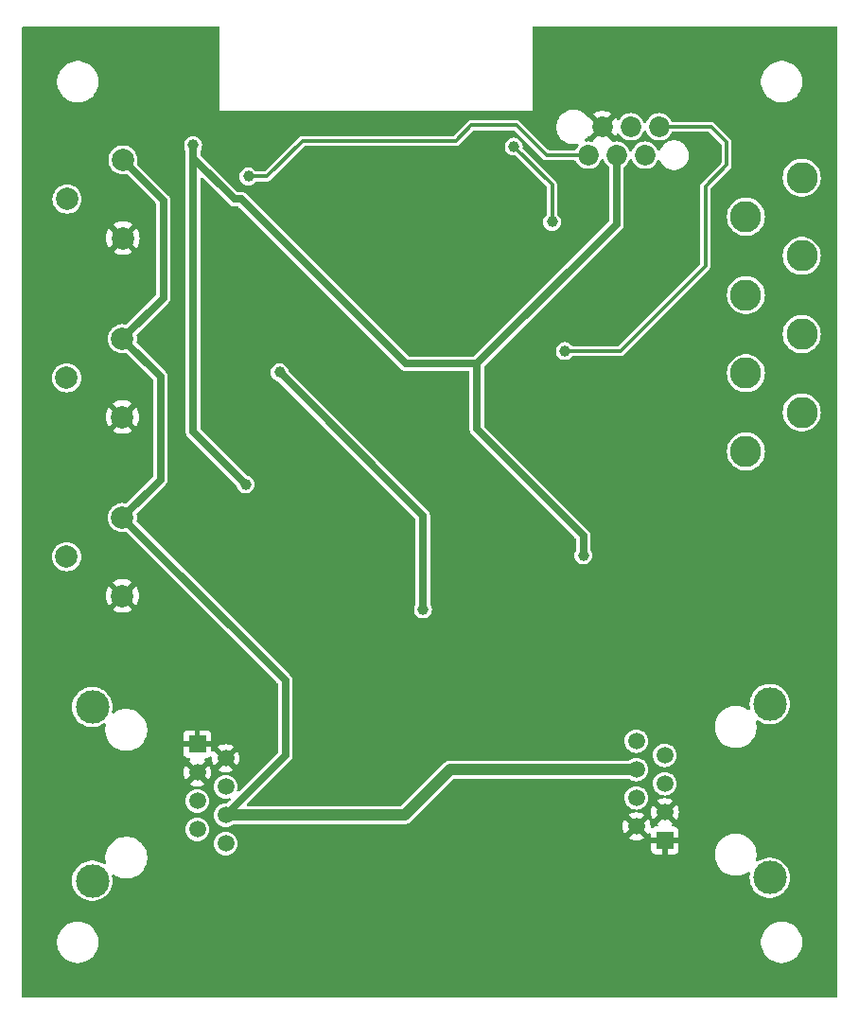
<source format=gbr>
%TF.GenerationSoftware,KiCad,Pcbnew,8.0.8*%
%TF.CreationDate,2025-02-09T20:42:27+01:00*%
%TF.ProjectId,railblock,7261696c-626c-46f6-936b-2e6b69636164,rev?*%
%TF.SameCoordinates,Original*%
%TF.FileFunction,Copper,L2,Bot*%
%TF.FilePolarity,Positive*%
%FSLAX46Y46*%
G04 Gerber Fmt 4.6, Leading zero omitted, Abs format (unit mm)*
G04 Created by KiCad (PCBNEW 8.0.8) date 2025-02-09 20:42:27*
%MOMM*%
%LPD*%
G01*
G04 APERTURE LIST*
%TA.AperFunction,ComponentPad*%
%ADD10R,1.500000X1.500000*%
%TD*%
%TA.AperFunction,ComponentPad*%
%ADD11C,1.500000*%
%TD*%
%TA.AperFunction,ComponentPad*%
%ADD12C,3.000000*%
%TD*%
%TA.AperFunction,ComponentPad*%
%ADD13C,1.850000*%
%TD*%
%TA.AperFunction,ComponentPad*%
%ADD14C,2.000000*%
%TD*%
%TA.AperFunction,ComponentPad*%
%ADD15C,2.800000*%
%TD*%
%TA.AperFunction,ViaPad*%
%ADD16C,1.000000*%
%TD*%
%TA.AperFunction,Conductor*%
%ADD17C,0.700000*%
%TD*%
%TA.AperFunction,Conductor*%
%ADD18C,0.300000*%
%TD*%
%TA.AperFunction,Conductor*%
%ADD19C,1.000000*%
%TD*%
G04 APERTURE END LIST*
D10*
%TO.P,J2,1*%
%TO.N,GND*%
X165540000Y-113890000D03*
D11*
%TO.P,J2,2*%
X163000000Y-112620000D03*
%TO.P,J2,3*%
X165540000Y-111350000D03*
%TO.P,J2,4*%
%TO.N,/CANH*%
X163000000Y-110080000D03*
%TO.P,J2,5*%
%TO.N,/CANL*%
X165540000Y-108810000D03*
%TO.P,J2,6*%
%TO.N,+12V*%
X163000000Y-107540000D03*
%TO.P,J2,7*%
X165540000Y-106270000D03*
%TO.P,J2,8*%
X163000000Y-105000000D03*
D12*
%TO.P,J2,SH*%
%TO.N,N/C*%
X174940000Y-117215000D03*
X174940000Y-101675000D03*
%TD*%
D10*
%TO.P,J1,1*%
%TO.N,GND*%
X123700000Y-105270000D03*
D11*
%TO.P,J1,2*%
X126240000Y-106540000D03*
%TO.P,J1,3*%
X123700000Y-107810000D03*
%TO.P,J1,4*%
%TO.N,/CANH*%
X126240000Y-109080000D03*
%TO.P,J1,5*%
%TO.N,/CANL*%
X123700000Y-110350000D03*
%TO.P,J1,6*%
%TO.N,+12V*%
X126240000Y-111620000D03*
%TO.P,J1,7*%
X123700000Y-112890000D03*
%TO.P,J1,8*%
X126240000Y-114160000D03*
D12*
%TO.P,J1,SH*%
%TO.N,N/C*%
X114300000Y-101945000D03*
X114300000Y-117485000D03*
%TD*%
D13*
%TO.P,U9,1,EN*%
%TO.N,/EN*%
X158690000Y-52578000D03*
%TO.P,U9,2,GND*%
%TO.N,GND*%
X159960000Y-50038000D03*
%TO.P,U9,3,3V3*%
%TO.N,+3V3*%
X161230000Y-52578000D03*
%TO.P,U9,4,TXD*%
%TO.N,/TXD*%
X162500000Y-50038000D03*
%TO.P,U9,5,RXD*%
%TO.N,/RXD*%
X163770000Y-52578000D03*
%TO.P,U9,6,BOOT0*%
%TO.N,/BOOT0*%
X165040000Y-50038000D03*
%TD*%
D14*
%TO.P,J6,1,Pin_1*%
%TO.N,+12V*%
X117000000Y-85000000D03*
%TO.P,J6,2,Pin_2*%
%TO.N,Net-(J6-Pin_2)*%
X112000000Y-88500000D03*
%TO.P,J6,3,Pin_3*%
%TO.N,GND*%
X117000000Y-92000000D03*
%TD*%
%TO.P,J5,1,Pin_1*%
%TO.N,+12V*%
X117000000Y-69000000D03*
%TO.P,J5,2,Pin_2*%
%TO.N,Net-(J5-Pin_2)*%
X112000000Y-72500000D03*
%TO.P,J5,3,Pin_3*%
%TO.N,GND*%
X117000000Y-76000000D03*
%TD*%
%TO.P,J4,1,Pin_1*%
%TO.N,+12V*%
X117045750Y-53000000D03*
%TO.P,J4,2,Pin_2*%
%TO.N,Net-(J4-Pin_2)*%
X112045750Y-56500000D03*
%TO.P,J4,3,Pin_3*%
%TO.N,GND*%
X117045750Y-60000000D03*
%TD*%
D15*
%TO.P,J3,1,Pin_1*%
%TO.N,Net-(J3-Pin_1)*%
X177800000Y-54580000D03*
%TO.P,J3,2,Pin_2*%
%TO.N,Net-(J3-Pin_2)*%
X172800000Y-58080000D03*
%TO.P,J3,3,Pin_3*%
%TO.N,Net-(J3-Pin_3)*%
X177800000Y-61580000D03*
%TO.P,J3,4,Pin_4*%
%TO.N,Net-(J3-Pin_4)*%
X172800000Y-65080000D03*
%TO.P,J3,5,Pin_5*%
%TO.N,Net-(J3-Pin_5)*%
X177800000Y-68580000D03*
%TO.P,J3,6,Pin_6*%
%TO.N,Net-(J3-Pin_6)*%
X172800000Y-72080000D03*
%TO.P,J3,7,Pin_7*%
%TO.N,Net-(J3-Pin_7)*%
X177800000Y-75580000D03*
%TO.P,J3,8,Pin_8*%
%TO.N,+12V*%
X172800000Y-79080000D03*
%TD*%
D16*
%TO.N,GND*%
X158496000Y-47244000D03*
X162000000Y-101000000D03*
X168000000Y-104000000D03*
X129000000Y-102000000D03*
X134000000Y-107000000D03*
X115000000Y-82000000D03*
X122000000Y-82000000D03*
X177000000Y-84000000D03*
X168000000Y-79000000D03*
X158000000Y-57000000D03*
X166000000Y-57000000D03*
X136000000Y-81000000D03*
X137000000Y-74000000D03*
X151000000Y-84000000D03*
X153000000Y-77000000D03*
%TO.N,+3V3*%
X128016000Y-82042000D03*
X158242000Y-88392000D03*
%TO.N,+5V*%
X131064000Y-72009000D03*
X143891000Y-93218000D03*
%TO.N,+3V3*%
X123317000Y-51689000D03*
%TO.N,/EN*%
X128270000Y-54483000D03*
%TO.N,/BOOT0*%
X156591000Y-70104000D03*
%TO.N,Net-(U3-IO22)*%
X155448000Y-58547000D03*
X152019000Y-51816000D03*
%TD*%
D17*
%TO.N,+3V3*%
X123317000Y-51689000D02*
X123317000Y-77343000D01*
X123317000Y-77343000D02*
X128016000Y-82042000D01*
X123317000Y-52832000D02*
X127000000Y-56515000D01*
X142367000Y-71247000D02*
X148717000Y-71247000D01*
X123317000Y-51689000D02*
X123317000Y-52832000D01*
X127000000Y-56515000D02*
X127635000Y-56515000D01*
X127635000Y-56515000D02*
X142367000Y-71247000D01*
X158242000Y-88392000D02*
X158242000Y-86614000D01*
X158242000Y-86614000D02*
X148717000Y-77089000D01*
X148717000Y-77089000D02*
X148717000Y-71247000D01*
X148717000Y-71247000D02*
X161230000Y-58734000D01*
X161230000Y-58734000D02*
X161230000Y-52578000D01*
D18*
%TO.N,/BOOT0*%
X156591000Y-70104000D02*
X161544000Y-70104000D01*
X161544000Y-70104000D02*
X169164000Y-62484000D01*
X169164000Y-55372000D02*
X171069000Y-53467000D01*
X169164000Y-62484000D02*
X169164000Y-55372000D01*
X171069000Y-53467000D02*
X171069000Y-51435000D01*
X171069000Y-51435000D02*
X169672000Y-50038000D01*
X169672000Y-50038000D02*
X165040000Y-50038000D01*
D17*
%TO.N,+5V*%
X131064000Y-72009000D02*
X143891000Y-84836000D01*
X143891000Y-84836000D02*
X143891000Y-93218000D01*
%TO.N,+12V*%
X117000000Y-85000000D02*
X131572000Y-99572000D01*
X131572000Y-99572000D02*
X131572000Y-106288000D01*
X131572000Y-106288000D02*
X126240000Y-111620000D01*
X117000000Y-69000000D02*
X120396000Y-72396000D01*
X120396000Y-72396000D02*
X120396000Y-81604000D01*
X120396000Y-81604000D02*
X117000000Y-85000000D01*
X117045750Y-53000000D02*
X120650000Y-56604250D01*
X120650000Y-56604250D02*
X120650000Y-65350000D01*
X120650000Y-65350000D02*
X117000000Y-69000000D01*
D19*
X126240000Y-111620000D02*
X142253000Y-111620000D01*
X142253000Y-111620000D02*
X146333000Y-107540000D01*
X146333000Y-107540000D02*
X163000000Y-107540000D01*
D18*
%TO.N,/EN*%
X128270000Y-54483000D02*
X129921000Y-54483000D01*
X152273000Y-49911000D02*
X154940000Y-52578000D01*
X129921000Y-54483000D02*
X133096000Y-51308000D01*
X148209000Y-49911000D02*
X152273000Y-49911000D01*
X154940000Y-52578000D02*
X158690000Y-52578000D01*
X133096000Y-51308000D02*
X146812000Y-51308000D01*
X146812000Y-51308000D02*
X148209000Y-49911000D01*
%TO.N,Net-(U3-IO22)*%
X152019000Y-51816000D02*
X155448000Y-55245000D01*
X155448000Y-55245000D02*
X155448000Y-58547000D01*
%TD*%
%TA.AperFunction,Conductor*%
%TO.N,GND*%
G36*
X159317513Y-50381416D02*
G01*
X159396856Y-50500161D01*
X159497839Y-50601144D01*
X159616584Y-50680487D01*
X159655108Y-50696444D01*
X159143386Y-51208165D01*
X159146755Y-51262438D01*
X159131261Y-51330569D01*
X159081393Y-51379507D01*
X159012983Y-51393715D01*
X158990902Y-51389895D01*
X158952132Y-51379507D01*
X158903621Y-51366508D01*
X158903613Y-51366507D01*
X158690002Y-51347819D01*
X158689998Y-51347819D01*
X158500698Y-51364380D01*
X158432198Y-51350613D01*
X158382015Y-51301998D01*
X158366082Y-51233969D01*
X158389458Y-51168126D01*
X158402198Y-51153183D01*
X158523586Y-51031796D01*
X158593167Y-50936024D01*
X158620624Y-50898235D01*
X158675954Y-50855569D01*
X158733734Y-50847782D01*
X158790750Y-50853695D01*
X159301555Y-50342890D01*
X159317513Y-50381416D01*
G37*
%TD.AperFunction*%
%TA.AperFunction,Conductor*%
G36*
X125643039Y-41045185D02*
G01*
X125688794Y-41097989D01*
X125700000Y-41149500D01*
X125700000Y-48605000D01*
X153700000Y-48605000D01*
X153700000Y-45878711D01*
X174149500Y-45878711D01*
X174149500Y-46121288D01*
X174181161Y-46361785D01*
X174243947Y-46596104D01*
X174336773Y-46820205D01*
X174336776Y-46820212D01*
X174458064Y-47030289D01*
X174458066Y-47030292D01*
X174458067Y-47030293D01*
X174605733Y-47222736D01*
X174605739Y-47222743D01*
X174777256Y-47394260D01*
X174777262Y-47394265D01*
X174969711Y-47541936D01*
X175179788Y-47663224D01*
X175403900Y-47756054D01*
X175638211Y-47818838D01*
X175818586Y-47842584D01*
X175878711Y-47850500D01*
X175878712Y-47850500D01*
X176121289Y-47850500D01*
X176169388Y-47844167D01*
X176361789Y-47818838D01*
X176596100Y-47756054D01*
X176820212Y-47663224D01*
X177030289Y-47541936D01*
X177222738Y-47394265D01*
X177394265Y-47222738D01*
X177541936Y-47030289D01*
X177663224Y-46820212D01*
X177756054Y-46596100D01*
X177818838Y-46361789D01*
X177850500Y-46121288D01*
X177850500Y-45878712D01*
X177818838Y-45638211D01*
X177756054Y-45403900D01*
X177663224Y-45179788D01*
X177541936Y-44969711D01*
X177394265Y-44777262D01*
X177394260Y-44777256D01*
X177222743Y-44605739D01*
X177222736Y-44605733D01*
X177030293Y-44458067D01*
X177030292Y-44458066D01*
X177030289Y-44458064D01*
X176820212Y-44336776D01*
X176820205Y-44336773D01*
X176596104Y-44243947D01*
X176361785Y-44181161D01*
X176121289Y-44149500D01*
X176121288Y-44149500D01*
X175878712Y-44149500D01*
X175878711Y-44149500D01*
X175638214Y-44181161D01*
X175403895Y-44243947D01*
X175179794Y-44336773D01*
X175179785Y-44336777D01*
X174969706Y-44458067D01*
X174777263Y-44605733D01*
X174777256Y-44605739D01*
X174605739Y-44777256D01*
X174605733Y-44777263D01*
X174458067Y-44969706D01*
X174336777Y-45179785D01*
X174336773Y-45179794D01*
X174243947Y-45403895D01*
X174181161Y-45638214D01*
X174149500Y-45878711D01*
X153700000Y-45878711D01*
X153700000Y-41149500D01*
X153719685Y-41082461D01*
X153772489Y-41036706D01*
X153824000Y-41025500D01*
X180850500Y-41025500D01*
X180917539Y-41045185D01*
X180963294Y-41097989D01*
X180974500Y-41149500D01*
X180974500Y-127850500D01*
X180954815Y-127917539D01*
X180902011Y-127963294D01*
X180850500Y-127974500D01*
X108149500Y-127974500D01*
X108082461Y-127954815D01*
X108036706Y-127902011D01*
X108025500Y-127850500D01*
X108025500Y-122878711D01*
X111149500Y-122878711D01*
X111149500Y-123121288D01*
X111181161Y-123361785D01*
X111243947Y-123596104D01*
X111336773Y-123820205D01*
X111336776Y-123820212D01*
X111458064Y-124030289D01*
X111458066Y-124030292D01*
X111458067Y-124030293D01*
X111605733Y-124222736D01*
X111605739Y-124222743D01*
X111777256Y-124394260D01*
X111777262Y-124394265D01*
X111969711Y-124541936D01*
X112179788Y-124663224D01*
X112403900Y-124756054D01*
X112638211Y-124818838D01*
X112818586Y-124842584D01*
X112878711Y-124850500D01*
X112878712Y-124850500D01*
X113121289Y-124850500D01*
X113169388Y-124844167D01*
X113361789Y-124818838D01*
X113596100Y-124756054D01*
X113820212Y-124663224D01*
X114030289Y-124541936D01*
X114222738Y-124394265D01*
X114394265Y-124222738D01*
X114541936Y-124030289D01*
X114663224Y-123820212D01*
X114756054Y-123596100D01*
X114818838Y-123361789D01*
X114850500Y-123121288D01*
X114850500Y-122878712D01*
X114850500Y-122878711D01*
X174149500Y-122878711D01*
X174149500Y-123121288D01*
X174181161Y-123361785D01*
X174243947Y-123596104D01*
X174336773Y-123820205D01*
X174336776Y-123820212D01*
X174458064Y-124030289D01*
X174458066Y-124030292D01*
X174458067Y-124030293D01*
X174605733Y-124222736D01*
X174605739Y-124222743D01*
X174777256Y-124394260D01*
X174777262Y-124394265D01*
X174969711Y-124541936D01*
X175179788Y-124663224D01*
X175403900Y-124756054D01*
X175638211Y-124818838D01*
X175818586Y-124842584D01*
X175878711Y-124850500D01*
X175878712Y-124850500D01*
X176121289Y-124850500D01*
X176169388Y-124844167D01*
X176361789Y-124818838D01*
X176596100Y-124756054D01*
X176820212Y-124663224D01*
X177030289Y-124541936D01*
X177222738Y-124394265D01*
X177394265Y-124222738D01*
X177541936Y-124030289D01*
X177663224Y-123820212D01*
X177756054Y-123596100D01*
X177818838Y-123361789D01*
X177850500Y-123121288D01*
X177850500Y-122878712D01*
X177818838Y-122638211D01*
X177756054Y-122403900D01*
X177663224Y-122179788D01*
X177541936Y-121969711D01*
X177394265Y-121777262D01*
X177394260Y-121777256D01*
X177222743Y-121605739D01*
X177222736Y-121605733D01*
X177030293Y-121458067D01*
X177030292Y-121458066D01*
X177030289Y-121458064D01*
X176820212Y-121336776D01*
X176820205Y-121336773D01*
X176596104Y-121243947D01*
X176361785Y-121181161D01*
X176121289Y-121149500D01*
X176121288Y-121149500D01*
X175878712Y-121149500D01*
X175878711Y-121149500D01*
X175638214Y-121181161D01*
X175403895Y-121243947D01*
X175179794Y-121336773D01*
X175179785Y-121336777D01*
X174969706Y-121458067D01*
X174777263Y-121605733D01*
X174777256Y-121605739D01*
X174605739Y-121777256D01*
X174605733Y-121777263D01*
X174458067Y-121969706D01*
X174336777Y-122179785D01*
X174336773Y-122179794D01*
X174243947Y-122403895D01*
X174181161Y-122638214D01*
X174149500Y-122878711D01*
X114850500Y-122878711D01*
X114818838Y-122638211D01*
X114756054Y-122403900D01*
X114663224Y-122179788D01*
X114541936Y-121969711D01*
X114394265Y-121777262D01*
X114394260Y-121777256D01*
X114222743Y-121605739D01*
X114222736Y-121605733D01*
X114030293Y-121458067D01*
X114030292Y-121458066D01*
X114030289Y-121458064D01*
X113820212Y-121336776D01*
X113820205Y-121336773D01*
X113596104Y-121243947D01*
X113361785Y-121181161D01*
X113121289Y-121149500D01*
X113121288Y-121149500D01*
X112878712Y-121149500D01*
X112878711Y-121149500D01*
X112638214Y-121181161D01*
X112403895Y-121243947D01*
X112179794Y-121336773D01*
X112179785Y-121336777D01*
X111969706Y-121458067D01*
X111777263Y-121605733D01*
X111777256Y-121605739D01*
X111605739Y-121777256D01*
X111605733Y-121777263D01*
X111458067Y-121969706D01*
X111336777Y-122179785D01*
X111336773Y-122179794D01*
X111243947Y-122403895D01*
X111181161Y-122638214D01*
X111149500Y-122878711D01*
X108025500Y-122878711D01*
X108025500Y-117484995D01*
X112494451Y-117484995D01*
X112494451Y-117485004D01*
X112514616Y-117754101D01*
X112570376Y-117998400D01*
X112574666Y-118017195D01*
X112673257Y-118268398D01*
X112808185Y-118502102D01*
X112907497Y-118626635D01*
X112976442Y-118713089D01*
X113163183Y-118886358D01*
X113174259Y-118896635D01*
X113397226Y-119048651D01*
X113640359Y-119165738D01*
X113898228Y-119245280D01*
X113898229Y-119245280D01*
X113898232Y-119245281D01*
X114165063Y-119285499D01*
X114165068Y-119285499D01*
X114165071Y-119285500D01*
X114165072Y-119285500D01*
X114434928Y-119285500D01*
X114434929Y-119285500D01*
X114434936Y-119285499D01*
X114701767Y-119245281D01*
X114701768Y-119245280D01*
X114701772Y-119245280D01*
X114959641Y-119165738D01*
X115202775Y-119048651D01*
X115425741Y-118896635D01*
X115623561Y-118713085D01*
X115791815Y-118502102D01*
X115926743Y-118268398D01*
X116025334Y-118017195D01*
X116085383Y-117754103D01*
X116105549Y-117485000D01*
X116085383Y-117215897D01*
X116062513Y-117115696D01*
X116053396Y-117075751D01*
X116057669Y-117006012D01*
X116098968Y-116949654D01*
X116164180Y-116924571D01*
X116232601Y-116938725D01*
X116249767Y-116949778D01*
X116305792Y-116992767D01*
X116518708Y-117115694D01*
X116745847Y-117209778D01*
X116983323Y-117273409D01*
X117227073Y-117305500D01*
X117227080Y-117305500D01*
X117472920Y-117305500D01*
X117472927Y-117305500D01*
X117716677Y-117273409D01*
X117954153Y-117209778D01*
X118181292Y-117115694D01*
X118394208Y-116992767D01*
X118589256Y-116843101D01*
X118763101Y-116669256D01*
X118912767Y-116474208D01*
X119035694Y-116261292D01*
X119129778Y-116034153D01*
X119193409Y-115796677D01*
X119225500Y-115552927D01*
X119225500Y-115307073D01*
X119193409Y-115063323D01*
X119129778Y-114825847D01*
X119035694Y-114598708D01*
X118912767Y-114385792D01*
X118763101Y-114190744D01*
X118763096Y-114190738D01*
X118732358Y-114160000D01*
X125184417Y-114160000D01*
X125204699Y-114365932D01*
X125234734Y-114464944D01*
X125264768Y-114563954D01*
X125362315Y-114746450D01*
X125396969Y-114788677D01*
X125493589Y-114906410D01*
X125590209Y-114985702D01*
X125653550Y-115037685D01*
X125836046Y-115135232D01*
X126034066Y-115195300D01*
X126034065Y-115195300D01*
X126052529Y-115197118D01*
X126240000Y-115215583D01*
X126445934Y-115195300D01*
X126643954Y-115135232D01*
X126826450Y-115037685D01*
X126986410Y-114906410D01*
X127117685Y-114746450D01*
X127215232Y-114563954D01*
X127275300Y-114365934D01*
X127295583Y-114160000D01*
X127275300Y-113954066D01*
X127215232Y-113756046D01*
X127117685Y-113573550D01*
X127033252Y-113470667D01*
X126986410Y-113413589D01*
X126859662Y-113309571D01*
X126826450Y-113282315D01*
X126643954Y-113184768D01*
X126445934Y-113124700D01*
X126445932Y-113124699D01*
X126445934Y-113124699D01*
X126240000Y-113104417D01*
X126034067Y-113124699D01*
X125836043Y-113184769D01*
X125754540Y-113228334D01*
X125653550Y-113282315D01*
X125653548Y-113282316D01*
X125653547Y-113282317D01*
X125493589Y-113413589D01*
X125362317Y-113573547D01*
X125362315Y-113573550D01*
X125328715Y-113636410D01*
X125264769Y-113756043D01*
X125204699Y-113954067D01*
X125184417Y-114160000D01*
X118732358Y-114160000D01*
X118589261Y-114016903D01*
X118589254Y-114016897D01*
X118394212Y-113867236D01*
X118394211Y-113867235D01*
X118394208Y-113867233D01*
X118181292Y-113744306D01*
X118181285Y-113744303D01*
X117954162Y-113650225D01*
X117954155Y-113650223D01*
X117954153Y-113650222D01*
X117716677Y-113586591D01*
X117675939Y-113581227D01*
X117472934Y-113554500D01*
X117472927Y-113554500D01*
X117227073Y-113554500D01*
X117227065Y-113554500D01*
X116995059Y-113585045D01*
X116983323Y-113586591D01*
X116783996Y-113640000D01*
X116745847Y-113650222D01*
X116745837Y-113650225D01*
X116518714Y-113744303D01*
X116518705Y-113744307D01*
X116305787Y-113867236D01*
X116110745Y-114016897D01*
X116110738Y-114016903D01*
X115936903Y-114190738D01*
X115936897Y-114190745D01*
X115787236Y-114385787D01*
X115664307Y-114598705D01*
X115664303Y-114598714D01*
X115570225Y-114825837D01*
X115570222Y-114825847D01*
X115513462Y-115037682D01*
X115506592Y-115063320D01*
X115506590Y-115063331D01*
X115474500Y-115307065D01*
X115474500Y-115552934D01*
X115491822Y-115684500D01*
X115506591Y-115796677D01*
X115508624Y-115804263D01*
X115528877Y-115879850D01*
X115527214Y-115949700D01*
X115488051Y-116007562D01*
X115423822Y-116035066D01*
X115354920Y-116023479D01*
X115339256Y-116014400D01*
X115202775Y-115921349D01*
X115202769Y-115921346D01*
X115202768Y-115921345D01*
X115202767Y-115921344D01*
X114959643Y-115804263D01*
X114959645Y-115804263D01*
X114701773Y-115724720D01*
X114701767Y-115724718D01*
X114434936Y-115684500D01*
X114434929Y-115684500D01*
X114165071Y-115684500D01*
X114165063Y-115684500D01*
X113898232Y-115724718D01*
X113898226Y-115724720D01*
X113640358Y-115804262D01*
X113397230Y-115921346D01*
X113174258Y-116073365D01*
X112976442Y-116256910D01*
X112808185Y-116467898D01*
X112673258Y-116701599D01*
X112673256Y-116701603D01*
X112574666Y-116952804D01*
X112574664Y-116952811D01*
X112514616Y-117215898D01*
X112494451Y-117484995D01*
X108025500Y-117484995D01*
X108025500Y-112890000D01*
X122644417Y-112890000D01*
X122664699Y-113095932D01*
X122673426Y-113124700D01*
X122724768Y-113293954D01*
X122822315Y-113476450D01*
X122822317Y-113476452D01*
X122953589Y-113636410D01*
X122986141Y-113663124D01*
X123113550Y-113767685D01*
X123296046Y-113865232D01*
X123494066Y-113925300D01*
X123494065Y-113925300D01*
X123512529Y-113927118D01*
X123700000Y-113945583D01*
X123905934Y-113925300D01*
X124103954Y-113865232D01*
X124286450Y-113767685D01*
X124446410Y-113636410D01*
X124577685Y-113476450D01*
X124675232Y-113293954D01*
X124735300Y-113095934D01*
X124755583Y-112890000D01*
X124735300Y-112684066D01*
X124675232Y-112486046D01*
X124577685Y-112303550D01*
X124493252Y-112200667D01*
X124446410Y-112143589D01*
X124319662Y-112039571D01*
X124286450Y-112012315D01*
X124103954Y-111914768D01*
X123905934Y-111854700D01*
X123905932Y-111854699D01*
X123905934Y-111854699D01*
X123700000Y-111834417D01*
X123494067Y-111854699D01*
X123296043Y-111914769D01*
X123266748Y-111930428D01*
X123113550Y-112012315D01*
X123113548Y-112012316D01*
X123113547Y-112012317D01*
X122953589Y-112143589D01*
X122852765Y-112266446D01*
X122822315Y-112303550D01*
X122788715Y-112366410D01*
X122724769Y-112486043D01*
X122664699Y-112684067D01*
X122644417Y-112890000D01*
X108025500Y-112890000D01*
X108025500Y-110350000D01*
X122644417Y-110350000D01*
X122664699Y-110555932D01*
X122673426Y-110584700D01*
X122724768Y-110753954D01*
X122822315Y-110936450D01*
X122822317Y-110936452D01*
X122953589Y-111096410D01*
X123022119Y-111152650D01*
X123113550Y-111227685D01*
X123296046Y-111325232D01*
X123494066Y-111385300D01*
X123494065Y-111385300D01*
X123512529Y-111387118D01*
X123700000Y-111405583D01*
X123905934Y-111385300D01*
X124103954Y-111325232D01*
X124286450Y-111227685D01*
X124446410Y-111096410D01*
X124577685Y-110936450D01*
X124675232Y-110753954D01*
X124735300Y-110555934D01*
X124755583Y-110350000D01*
X124735300Y-110144066D01*
X124675232Y-109946046D01*
X124577685Y-109763550D01*
X124497998Y-109666450D01*
X124446410Y-109603589D01*
X124312321Y-109493547D01*
X124286450Y-109472315D01*
X124103954Y-109374768D01*
X123968207Y-109333590D01*
X123905932Y-109314699D01*
X123792326Y-109303510D01*
X123727539Y-109277349D01*
X123699566Y-109237818D01*
X123681797Y-109269168D01*
X123619951Y-109301676D01*
X123607673Y-109303510D01*
X123494067Y-109314699D01*
X123296043Y-109374769D01*
X123255478Y-109396452D01*
X123113550Y-109472315D01*
X123113548Y-109472316D01*
X123113547Y-109472317D01*
X122953589Y-109603589D01*
X122822317Y-109763547D01*
X122724769Y-109946043D01*
X122664699Y-110144067D01*
X122644417Y-110350000D01*
X108025500Y-110350000D01*
X108025500Y-107809999D01*
X122445225Y-107809999D01*
X122445225Y-107810000D01*
X122464287Y-108027884D01*
X122464289Y-108027894D01*
X122520894Y-108239150D01*
X122520898Y-108239159D01*
X122613333Y-108437387D01*
X122656874Y-108499571D01*
X123257861Y-107898584D01*
X123280667Y-107983694D01*
X123339910Y-108086306D01*
X123423694Y-108170090D01*
X123526306Y-108229333D01*
X123611414Y-108252137D01*
X123010427Y-108853124D01*
X123072612Y-108896666D01*
X123270840Y-108989101D01*
X123270849Y-108989105D01*
X123482105Y-109045710D01*
X123482116Y-109045712D01*
X123606325Y-109056579D01*
X123671394Y-109082031D01*
X123700504Y-109122232D01*
X123719179Y-109090109D01*
X123781377Y-109058278D01*
X123793674Y-109056579D01*
X123917883Y-109045712D01*
X123917894Y-109045710D01*
X124129150Y-108989105D01*
X124129164Y-108989100D01*
X124327383Y-108896669D01*
X124327385Y-108896668D01*
X124389571Y-108853124D01*
X123788585Y-108252137D01*
X123873694Y-108229333D01*
X123976306Y-108170090D01*
X124060090Y-108086306D01*
X124119333Y-107983694D01*
X124142138Y-107898584D01*
X124743124Y-108499570D01*
X124786668Y-108437385D01*
X124786669Y-108437383D01*
X124879100Y-108239164D01*
X124879105Y-108239150D01*
X124935710Y-108027894D01*
X124935712Y-108027884D01*
X124954775Y-107810000D01*
X124954775Y-107809999D01*
X124935712Y-107592115D01*
X124935710Y-107592105D01*
X124879105Y-107380849D01*
X124879101Y-107380840D01*
X124786668Y-107182615D01*
X124743123Y-107120428D01*
X124142137Y-107721414D01*
X124119333Y-107636306D01*
X124060090Y-107533694D01*
X123976306Y-107449910D01*
X123873694Y-107390667D01*
X123788584Y-107367861D01*
X124389571Y-106766874D01*
X124359152Y-106745575D01*
X124315528Y-106690998D01*
X124308335Y-106621499D01*
X124339857Y-106559145D01*
X124400087Y-106523731D01*
X124430276Y-106520000D01*
X124497828Y-106520000D01*
X124497844Y-106519999D01*
X124557372Y-106513598D01*
X124557379Y-106513596D01*
X124692086Y-106463354D01*
X124692089Y-106463352D01*
X124790934Y-106389356D01*
X124856398Y-106364938D01*
X124924671Y-106379789D01*
X124974077Y-106429193D01*
X124988930Y-106497466D01*
X124988774Y-106499428D01*
X124985225Y-106539996D01*
X124985225Y-106540000D01*
X125004287Y-106757884D01*
X125004289Y-106757894D01*
X125060894Y-106969150D01*
X125060898Y-106969159D01*
X125153333Y-107167387D01*
X125196874Y-107229571D01*
X125797861Y-106628584D01*
X125820667Y-106713694D01*
X125879910Y-106816306D01*
X125963694Y-106900090D01*
X126066306Y-106959333D01*
X126151414Y-106982137D01*
X125550427Y-107583124D01*
X125612612Y-107626666D01*
X125810840Y-107719101D01*
X125810849Y-107719105D01*
X126022105Y-107775710D01*
X126022116Y-107775712D01*
X126146325Y-107786579D01*
X126211394Y-107812031D01*
X126240504Y-107852232D01*
X126259179Y-107820109D01*
X126321377Y-107788278D01*
X126333674Y-107786579D01*
X126457883Y-107775712D01*
X126457894Y-107775710D01*
X126669150Y-107719105D01*
X126669164Y-107719100D01*
X126867383Y-107626669D01*
X126867385Y-107626668D01*
X126929571Y-107583124D01*
X126328585Y-106982137D01*
X126413694Y-106959333D01*
X126516306Y-106900090D01*
X126600090Y-106816306D01*
X126659333Y-106713694D01*
X126682138Y-106628584D01*
X127283124Y-107229570D01*
X127326668Y-107167385D01*
X127326669Y-107167383D01*
X127419100Y-106969164D01*
X127419105Y-106969150D01*
X127475710Y-106757894D01*
X127475712Y-106757884D01*
X127494775Y-106540000D01*
X127494775Y-106539999D01*
X127475712Y-106322115D01*
X127475710Y-106322105D01*
X127419105Y-106110849D01*
X127419101Y-106110840D01*
X127326668Y-105912615D01*
X127283123Y-105850428D01*
X126682137Y-106451414D01*
X126659333Y-106366306D01*
X126600090Y-106263694D01*
X126516306Y-106179910D01*
X126413694Y-106120667D01*
X126328584Y-106097861D01*
X126929571Y-105496874D01*
X126867387Y-105453333D01*
X126669159Y-105360898D01*
X126669150Y-105360894D01*
X126457894Y-105304289D01*
X126457884Y-105304287D01*
X126240001Y-105285225D01*
X126239999Y-105285225D01*
X126022115Y-105304287D01*
X126022105Y-105304289D01*
X125810849Y-105360894D01*
X125810840Y-105360898D01*
X125612614Y-105453332D01*
X125612612Y-105453333D01*
X125550428Y-105496875D01*
X125550427Y-105496875D01*
X126151415Y-106097861D01*
X126066306Y-106120667D01*
X125963694Y-106179910D01*
X125879910Y-106263694D01*
X125820667Y-106366306D01*
X125797861Y-106451414D01*
X125196875Y-105850427D01*
X125196875Y-105850428D01*
X125175575Y-105880848D01*
X125120999Y-105924473D01*
X125051500Y-105931667D01*
X124989145Y-105900145D01*
X124953731Y-105839915D01*
X124950000Y-105809725D01*
X124950000Y-105520000D01*
X124075278Y-105520000D01*
X124119333Y-105443694D01*
X124150000Y-105329244D01*
X124150000Y-105210756D01*
X124119333Y-105096306D01*
X124075278Y-105020000D01*
X124950000Y-105020000D01*
X124950000Y-104472172D01*
X124949999Y-104472155D01*
X124943598Y-104412627D01*
X124943596Y-104412620D01*
X124893354Y-104277913D01*
X124893350Y-104277906D01*
X124807190Y-104162812D01*
X124807187Y-104162809D01*
X124692093Y-104076649D01*
X124692086Y-104076645D01*
X124557379Y-104026403D01*
X124557372Y-104026401D01*
X124497844Y-104020000D01*
X123950000Y-104020000D01*
X123950000Y-104894722D01*
X123873694Y-104850667D01*
X123759244Y-104820000D01*
X123640756Y-104820000D01*
X123526306Y-104850667D01*
X123450000Y-104894722D01*
X123450000Y-104020000D01*
X122902155Y-104020000D01*
X122842627Y-104026401D01*
X122842620Y-104026403D01*
X122707913Y-104076645D01*
X122707906Y-104076649D01*
X122592812Y-104162809D01*
X122592809Y-104162812D01*
X122506649Y-104277906D01*
X122506645Y-104277913D01*
X122456403Y-104412620D01*
X122456401Y-104412627D01*
X122450000Y-104472155D01*
X122450000Y-105020000D01*
X123324722Y-105020000D01*
X123280667Y-105096306D01*
X123250000Y-105210756D01*
X123250000Y-105329244D01*
X123280667Y-105443694D01*
X123324722Y-105520000D01*
X122450000Y-105520000D01*
X122450000Y-106067844D01*
X122456401Y-106127372D01*
X122456403Y-106127379D01*
X122506645Y-106262086D01*
X122506649Y-106262093D01*
X122592809Y-106377187D01*
X122592812Y-106377190D01*
X122707906Y-106463350D01*
X122707913Y-106463354D01*
X122842620Y-106513596D01*
X122842627Y-106513598D01*
X122902155Y-106519999D01*
X122902172Y-106520000D01*
X122969725Y-106520000D01*
X123036764Y-106539685D01*
X123082519Y-106592489D01*
X123092463Y-106661647D01*
X123063438Y-106725203D01*
X123040848Y-106745575D01*
X123010428Y-106766875D01*
X123010427Y-106766875D01*
X123611415Y-107367861D01*
X123526306Y-107390667D01*
X123423694Y-107449910D01*
X123339910Y-107533694D01*
X123280667Y-107636306D01*
X123257861Y-107721414D01*
X122656875Y-107120427D01*
X122656875Y-107120428D01*
X122613333Y-107182612D01*
X122613332Y-107182614D01*
X122520898Y-107380840D01*
X122520894Y-107380849D01*
X122464289Y-107592105D01*
X122464287Y-107592115D01*
X122445225Y-107809999D01*
X108025500Y-107809999D01*
X108025500Y-101944995D01*
X112494451Y-101944995D01*
X112494451Y-101945004D01*
X112514616Y-102214101D01*
X112570376Y-102458400D01*
X112574666Y-102477195D01*
X112673257Y-102728398D01*
X112808185Y-102962102D01*
X112907497Y-103086635D01*
X112976442Y-103173089D01*
X113163183Y-103346358D01*
X113174259Y-103356635D01*
X113397226Y-103508651D01*
X113640359Y-103625738D01*
X113898228Y-103705280D01*
X113898229Y-103705280D01*
X113898232Y-103705281D01*
X114165063Y-103745499D01*
X114165068Y-103745499D01*
X114165071Y-103745500D01*
X114165072Y-103745500D01*
X114434928Y-103745500D01*
X114434929Y-103745500D01*
X114434936Y-103745499D01*
X114701767Y-103705281D01*
X114701768Y-103705280D01*
X114701772Y-103705280D01*
X114959641Y-103625738D01*
X115202775Y-103508651D01*
X115339251Y-103415602D01*
X115405729Y-103394102D01*
X115473279Y-103411956D01*
X115520453Y-103463495D01*
X115532274Y-103532358D01*
X115528877Y-103550148D01*
X115506591Y-103633323D01*
X115506590Y-103633331D01*
X115474500Y-103877065D01*
X115474500Y-104122934D01*
X115491702Y-104253589D01*
X115506591Y-104366677D01*
X115534854Y-104472155D01*
X115570222Y-104604152D01*
X115570225Y-104604162D01*
X115648886Y-104794066D01*
X115664306Y-104831292D01*
X115787233Y-105044208D01*
X115787235Y-105044211D01*
X115787236Y-105044212D01*
X115936897Y-105239254D01*
X115936903Y-105239261D01*
X116110738Y-105413096D01*
X116110745Y-105413102D01*
X116114123Y-105415694D01*
X116305792Y-105562767D01*
X116518708Y-105685694D01*
X116745847Y-105779778D01*
X116983323Y-105843409D01*
X117227073Y-105875500D01*
X117227080Y-105875500D01*
X117472920Y-105875500D01*
X117472927Y-105875500D01*
X117716677Y-105843409D01*
X117954153Y-105779778D01*
X118181292Y-105685694D01*
X118394208Y-105562767D01*
X118589256Y-105413101D01*
X118763101Y-105239256D01*
X118912767Y-105044208D01*
X119035694Y-104831292D01*
X119129778Y-104604153D01*
X119193409Y-104366677D01*
X119225500Y-104122927D01*
X119225500Y-103877073D01*
X119193409Y-103633323D01*
X119129778Y-103395847D01*
X119113163Y-103355736D01*
X119064667Y-103238655D01*
X119035694Y-103168708D01*
X118912767Y-102955792D01*
X118763101Y-102760744D01*
X118763096Y-102760738D01*
X118589261Y-102586903D01*
X118589254Y-102586897D01*
X118394212Y-102437236D01*
X118394211Y-102437235D01*
X118394208Y-102437233D01*
X118181292Y-102314306D01*
X118181285Y-102314303D01*
X117954162Y-102220225D01*
X117954155Y-102220223D01*
X117954153Y-102220222D01*
X117716677Y-102156591D01*
X117675939Y-102151227D01*
X117472934Y-102124500D01*
X117472927Y-102124500D01*
X117227073Y-102124500D01*
X117227065Y-102124500D01*
X117003094Y-102153988D01*
X116983323Y-102156591D01*
X116782709Y-102210345D01*
X116745847Y-102220222D01*
X116745837Y-102220225D01*
X116518714Y-102314303D01*
X116518705Y-102314307D01*
X116305787Y-102437236D01*
X116249773Y-102480217D01*
X116184603Y-102505411D01*
X116116159Y-102491372D01*
X116066169Y-102442558D01*
X116050506Y-102374466D01*
X116053396Y-102354248D01*
X116062513Y-102314303D01*
X116085383Y-102214103D01*
X116098107Y-102044306D01*
X116105549Y-101945004D01*
X116105549Y-101944995D01*
X116085383Y-101675898D01*
X116025335Y-101412811D01*
X116025334Y-101412805D01*
X115926743Y-101161602D01*
X115791815Y-100927898D01*
X115623561Y-100716915D01*
X115623560Y-100716914D01*
X115623557Y-100716910D01*
X115425741Y-100533365D01*
X115298942Y-100446915D01*
X115202775Y-100381349D01*
X115202769Y-100381346D01*
X115202768Y-100381345D01*
X115202767Y-100381344D01*
X114959643Y-100264263D01*
X114959645Y-100264263D01*
X114701773Y-100184720D01*
X114701767Y-100184718D01*
X114434936Y-100144500D01*
X114434929Y-100144500D01*
X114165071Y-100144500D01*
X114165063Y-100144500D01*
X113898232Y-100184718D01*
X113898226Y-100184720D01*
X113640358Y-100264262D01*
X113397230Y-100381346D01*
X113174258Y-100533365D01*
X112976442Y-100716910D01*
X112808185Y-100927898D01*
X112673258Y-101161599D01*
X112673256Y-101161603D01*
X112574666Y-101412804D01*
X112574664Y-101412811D01*
X112514616Y-101675898D01*
X112494451Y-101944995D01*
X108025500Y-101944995D01*
X108025500Y-91999994D01*
X115494859Y-91999994D01*
X115494859Y-92000005D01*
X115515385Y-92247729D01*
X115515387Y-92247738D01*
X115576412Y-92488717D01*
X115676267Y-92716367D01*
X115776562Y-92869881D01*
X116557861Y-92088584D01*
X116580667Y-92173694D01*
X116639910Y-92276306D01*
X116723694Y-92360090D01*
X116826306Y-92419333D01*
X116911415Y-92442138D01*
X116129943Y-93223609D01*
X116176768Y-93260055D01*
X116176771Y-93260057D01*
X116395385Y-93378364D01*
X116395396Y-93378369D01*
X116630506Y-93459083D01*
X116875707Y-93500000D01*
X117124293Y-93500000D01*
X117369493Y-93459083D01*
X117604603Y-93378369D01*
X117604614Y-93378364D01*
X117823230Y-93260056D01*
X117823236Y-93260051D01*
X117870055Y-93223610D01*
X117870056Y-93223609D01*
X117088584Y-92442138D01*
X117173694Y-92419333D01*
X117276306Y-92360090D01*
X117360090Y-92276306D01*
X117419333Y-92173694D01*
X117442138Y-92088585D01*
X118223435Y-92869882D01*
X118323733Y-92716364D01*
X118423587Y-92488717D01*
X118484612Y-92247738D01*
X118484614Y-92247729D01*
X118505141Y-92000005D01*
X118505141Y-91999994D01*
X118484614Y-91752270D01*
X118484612Y-91752261D01*
X118423587Y-91511282D01*
X118323732Y-91283632D01*
X118223435Y-91130116D01*
X117442137Y-91911414D01*
X117419333Y-91826306D01*
X117360090Y-91723694D01*
X117276306Y-91639910D01*
X117173694Y-91580667D01*
X117088584Y-91557861D01*
X117870055Y-90776389D01*
X117870055Y-90776388D01*
X117823236Y-90739947D01*
X117823231Y-90739944D01*
X117604614Y-90621635D01*
X117604603Y-90621630D01*
X117369493Y-90540916D01*
X117124293Y-90500000D01*
X116875707Y-90500000D01*
X116630506Y-90540916D01*
X116395396Y-90621630D01*
X116395385Y-90621635D01*
X116176770Y-90739943D01*
X116129943Y-90776389D01*
X116911415Y-91557861D01*
X116826306Y-91580667D01*
X116723694Y-91639910D01*
X116639910Y-91723694D01*
X116580667Y-91826306D01*
X116557861Y-91911415D01*
X115776563Y-91130117D01*
X115676267Y-91283633D01*
X115676265Y-91283637D01*
X115576412Y-91511282D01*
X115515387Y-91752261D01*
X115515385Y-91752270D01*
X115494859Y-91999994D01*
X108025500Y-91999994D01*
X108025500Y-88499998D01*
X110694532Y-88499998D01*
X110694532Y-88500001D01*
X110714364Y-88726686D01*
X110714366Y-88726697D01*
X110773258Y-88946488D01*
X110773261Y-88946497D01*
X110869431Y-89152732D01*
X110869432Y-89152734D01*
X110999954Y-89339141D01*
X111160858Y-89500045D01*
X111160861Y-89500047D01*
X111347266Y-89630568D01*
X111553504Y-89726739D01*
X111773308Y-89785635D01*
X111935230Y-89799801D01*
X111999998Y-89805468D01*
X112000000Y-89805468D01*
X112000002Y-89805468D01*
X112056673Y-89800509D01*
X112226692Y-89785635D01*
X112446496Y-89726739D01*
X112652734Y-89630568D01*
X112839139Y-89500047D01*
X113000047Y-89339139D01*
X113130568Y-89152734D01*
X113226739Y-88946496D01*
X113285635Y-88726692D01*
X113305468Y-88500000D01*
X113285635Y-88273308D01*
X113226739Y-88053504D01*
X113130568Y-87847266D01*
X113000047Y-87660861D01*
X113000045Y-87660858D01*
X112839141Y-87499954D01*
X112652734Y-87369432D01*
X112652732Y-87369431D01*
X112446497Y-87273261D01*
X112446488Y-87273258D01*
X112226697Y-87214366D01*
X112226693Y-87214365D01*
X112226692Y-87214365D01*
X112226691Y-87214364D01*
X112226686Y-87214364D01*
X112000002Y-87194532D01*
X111999998Y-87194532D01*
X111773313Y-87214364D01*
X111773302Y-87214366D01*
X111553511Y-87273258D01*
X111553502Y-87273261D01*
X111347267Y-87369431D01*
X111347265Y-87369432D01*
X111160858Y-87499954D01*
X110999954Y-87660858D01*
X110869432Y-87847265D01*
X110869431Y-87847267D01*
X110773261Y-88053502D01*
X110773258Y-88053511D01*
X110714366Y-88273302D01*
X110714364Y-88273313D01*
X110694532Y-88499998D01*
X108025500Y-88499998D01*
X108025500Y-75999994D01*
X115494859Y-75999994D01*
X115494859Y-76000005D01*
X115515385Y-76247729D01*
X115515387Y-76247738D01*
X115576412Y-76488717D01*
X115676267Y-76716367D01*
X115776562Y-76869881D01*
X116557861Y-76088584D01*
X116580667Y-76173694D01*
X116639910Y-76276306D01*
X116723694Y-76360090D01*
X116826306Y-76419333D01*
X116911415Y-76442138D01*
X116129943Y-77223609D01*
X116176768Y-77260055D01*
X116176771Y-77260057D01*
X116395385Y-77378364D01*
X116395396Y-77378369D01*
X116630506Y-77459083D01*
X116875707Y-77500000D01*
X117124293Y-77500000D01*
X117369493Y-77459083D01*
X117604603Y-77378369D01*
X117604614Y-77378364D01*
X117823230Y-77260056D01*
X117823236Y-77260051D01*
X117870055Y-77223610D01*
X117870056Y-77223609D01*
X117088584Y-76442138D01*
X117173694Y-76419333D01*
X117276306Y-76360090D01*
X117360090Y-76276306D01*
X117419333Y-76173694D01*
X117442138Y-76088585D01*
X118223435Y-76869882D01*
X118323733Y-76716364D01*
X118423587Y-76488717D01*
X118484612Y-76247738D01*
X118484614Y-76247729D01*
X118505141Y-76000005D01*
X118505141Y-75999994D01*
X118484614Y-75752270D01*
X118484612Y-75752261D01*
X118423587Y-75511282D01*
X118323732Y-75283632D01*
X118223435Y-75130116D01*
X117442137Y-75911414D01*
X117419333Y-75826306D01*
X117360090Y-75723694D01*
X117276306Y-75639910D01*
X117173694Y-75580667D01*
X117088584Y-75557861D01*
X117870055Y-74776389D01*
X117870055Y-74776388D01*
X117823236Y-74739947D01*
X117823231Y-74739944D01*
X117604614Y-74621635D01*
X117604603Y-74621630D01*
X117369493Y-74540916D01*
X117124293Y-74500000D01*
X116875707Y-74500000D01*
X116630506Y-74540916D01*
X116395396Y-74621630D01*
X116395385Y-74621635D01*
X116176770Y-74739943D01*
X116129943Y-74776389D01*
X116911415Y-75557861D01*
X116826306Y-75580667D01*
X116723694Y-75639910D01*
X116639910Y-75723694D01*
X116580667Y-75826306D01*
X116557861Y-75911415D01*
X115776563Y-75130117D01*
X115676267Y-75283633D01*
X115676265Y-75283637D01*
X115576412Y-75511282D01*
X115515387Y-75752261D01*
X115515385Y-75752270D01*
X115494859Y-75999994D01*
X108025500Y-75999994D01*
X108025500Y-72499998D01*
X110694532Y-72499998D01*
X110694532Y-72500001D01*
X110714364Y-72726686D01*
X110714366Y-72726697D01*
X110773258Y-72946488D01*
X110773261Y-72946497D01*
X110869431Y-73152732D01*
X110869432Y-73152734D01*
X110999954Y-73339141D01*
X111160858Y-73500045D01*
X111160861Y-73500047D01*
X111347266Y-73630568D01*
X111553504Y-73726739D01*
X111773308Y-73785635D01*
X111935230Y-73799801D01*
X111999998Y-73805468D01*
X112000000Y-73805468D01*
X112000002Y-73805468D01*
X112056673Y-73800509D01*
X112226692Y-73785635D01*
X112446496Y-73726739D01*
X112652734Y-73630568D01*
X112839139Y-73500047D01*
X113000047Y-73339139D01*
X113130568Y-73152734D01*
X113226739Y-72946496D01*
X113285635Y-72726692D01*
X113305468Y-72500000D01*
X113285635Y-72273308D01*
X113226739Y-72053504D01*
X113130568Y-71847266D01*
X113000047Y-71660861D01*
X113000045Y-71660858D01*
X112839141Y-71499954D01*
X112652734Y-71369432D01*
X112652732Y-71369431D01*
X112446497Y-71273261D01*
X112446488Y-71273258D01*
X112226697Y-71214366D01*
X112226693Y-71214365D01*
X112226692Y-71214365D01*
X112226691Y-71214364D01*
X112226686Y-71214364D01*
X112000002Y-71194532D01*
X111999998Y-71194532D01*
X111773313Y-71214364D01*
X111773302Y-71214366D01*
X111553511Y-71273258D01*
X111553502Y-71273261D01*
X111347267Y-71369431D01*
X111347265Y-71369432D01*
X111160858Y-71499954D01*
X110999954Y-71660858D01*
X110869432Y-71847265D01*
X110869431Y-71847267D01*
X110773261Y-72053502D01*
X110773258Y-72053511D01*
X110714366Y-72273302D01*
X110714364Y-72273313D01*
X110694532Y-72499998D01*
X108025500Y-72499998D01*
X108025500Y-68999998D01*
X115694532Y-68999998D01*
X115694532Y-69000001D01*
X115714364Y-69226686D01*
X115714366Y-69226697D01*
X115773258Y-69446488D01*
X115773261Y-69446497D01*
X115869431Y-69652732D01*
X115869432Y-69652734D01*
X115999954Y-69839141D01*
X116160858Y-70000045D01*
X116160861Y-70000047D01*
X116347266Y-70130568D01*
X116553504Y-70226739D01*
X116773308Y-70285635D01*
X116935230Y-70299801D01*
X116999998Y-70305468D01*
X117000000Y-70305468D01*
X117000002Y-70305468D01*
X117031421Y-70302719D01*
X117226692Y-70285635D01*
X117267162Y-70274791D01*
X117337012Y-70276452D01*
X117386938Y-70306884D01*
X119709181Y-72629127D01*
X119742666Y-72690450D01*
X119745500Y-72716808D01*
X119745500Y-81283191D01*
X119725815Y-81350230D01*
X119709181Y-81370872D01*
X117386937Y-83693115D01*
X117325614Y-83726600D01*
X117267163Y-83725209D01*
X117226697Y-83714366D01*
X117226693Y-83714365D01*
X117226692Y-83714365D01*
X117226691Y-83714364D01*
X117226686Y-83714364D01*
X117000002Y-83694532D01*
X116999998Y-83694532D01*
X116773313Y-83714364D01*
X116773302Y-83714366D01*
X116553511Y-83773258D01*
X116553502Y-83773261D01*
X116347267Y-83869431D01*
X116347265Y-83869432D01*
X116160858Y-83999954D01*
X115999954Y-84160858D01*
X115869432Y-84347265D01*
X115869431Y-84347267D01*
X115773261Y-84553502D01*
X115773258Y-84553511D01*
X115714366Y-84773302D01*
X115714364Y-84773313D01*
X115694532Y-84999998D01*
X115694532Y-85000001D01*
X115714364Y-85226686D01*
X115714366Y-85226697D01*
X115773258Y-85446488D01*
X115773261Y-85446497D01*
X115869431Y-85652732D01*
X115869432Y-85652734D01*
X115999954Y-85839141D01*
X116160858Y-86000045D01*
X116160861Y-86000047D01*
X116347266Y-86130568D01*
X116553504Y-86226739D01*
X116773308Y-86285635D01*
X116935230Y-86299801D01*
X116999998Y-86305468D01*
X117000000Y-86305468D01*
X117000002Y-86305468D01*
X117031421Y-86302719D01*
X117226692Y-86285635D01*
X117267162Y-86274791D01*
X117337012Y-86276452D01*
X117386938Y-86306884D01*
X130885181Y-99805127D01*
X130918666Y-99866450D01*
X130921500Y-99892808D01*
X130921500Y-105967191D01*
X130901815Y-106034230D01*
X130885181Y-106054872D01*
X127460392Y-109479661D01*
X127399069Y-109513146D01*
X127329377Y-109508162D01*
X127273444Y-109466290D01*
X127249027Y-109400826D01*
X127254049Y-109355987D01*
X127275300Y-109285934D01*
X127295583Y-109080000D01*
X127275300Y-108874066D01*
X127215232Y-108676046D01*
X127117685Y-108493550D01*
X126994407Y-108343334D01*
X126986410Y-108333589D01*
X126826452Y-108202317D01*
X126826453Y-108202317D01*
X126826450Y-108202315D01*
X126643954Y-108104768D01*
X126508207Y-108063590D01*
X126445932Y-108044699D01*
X126332326Y-108033510D01*
X126267539Y-108007349D01*
X126239566Y-107967818D01*
X126221797Y-107999168D01*
X126159951Y-108031676D01*
X126147673Y-108033510D01*
X126034067Y-108044699D01*
X125836043Y-108104769D01*
X125795478Y-108126452D01*
X125653550Y-108202315D01*
X125653548Y-108202316D01*
X125653547Y-108202317D01*
X125493589Y-108333589D01*
X125362317Y-108493547D01*
X125362315Y-108493550D01*
X125359097Y-108499571D01*
X125264769Y-108676043D01*
X125204699Y-108874067D01*
X125184417Y-109080000D01*
X125204699Y-109285932D01*
X125213426Y-109314700D01*
X125264768Y-109483954D01*
X125362315Y-109666450D01*
X125362317Y-109666452D01*
X125493589Y-109826410D01*
X125562119Y-109882650D01*
X125653550Y-109957685D01*
X125836046Y-110055232D01*
X126034066Y-110115300D01*
X126034065Y-110115300D01*
X126052529Y-110117118D01*
X126240000Y-110135583D01*
X126445934Y-110115300D01*
X126515983Y-110094050D01*
X126585850Y-110093427D01*
X126644963Y-110130675D01*
X126674554Y-110193969D01*
X126665229Y-110263213D01*
X126639660Y-110300392D01*
X126404945Y-110535107D01*
X126343622Y-110568592D01*
X126305111Y-110570829D01*
X126240001Y-110564417D01*
X126240000Y-110564417D01*
X126219718Y-110566414D01*
X126034067Y-110584699D01*
X125836043Y-110644769D01*
X125725898Y-110703643D01*
X125653550Y-110742315D01*
X125653548Y-110742316D01*
X125653547Y-110742317D01*
X125493589Y-110873589D01*
X125392765Y-110996446D01*
X125362315Y-111033550D01*
X125328715Y-111096410D01*
X125264769Y-111216043D01*
X125204699Y-111414067D01*
X125184417Y-111620000D01*
X125204699Y-111825932D01*
X125213426Y-111854700D01*
X125264768Y-112023954D01*
X125362315Y-112206450D01*
X125362317Y-112206452D01*
X125493589Y-112366410D01*
X125552098Y-112414426D01*
X125653550Y-112497685D01*
X125836046Y-112595232D01*
X126034066Y-112655300D01*
X126034065Y-112655300D01*
X126052529Y-112657118D01*
X126240000Y-112675583D01*
X126445934Y-112655300D01*
X126562307Y-112619999D01*
X161745225Y-112619999D01*
X161745225Y-112620000D01*
X161764287Y-112837884D01*
X161764289Y-112837894D01*
X161820894Y-113049150D01*
X161820898Y-113049159D01*
X161913333Y-113247387D01*
X161956874Y-113309571D01*
X162557861Y-112708584D01*
X162580667Y-112793694D01*
X162639910Y-112896306D01*
X162723694Y-112980090D01*
X162826306Y-113039333D01*
X162911414Y-113062137D01*
X162310427Y-113663124D01*
X162372612Y-113706666D01*
X162570840Y-113799101D01*
X162570849Y-113799105D01*
X162782105Y-113855710D01*
X162782115Y-113855712D01*
X162999999Y-113874775D01*
X163000001Y-113874775D01*
X163217884Y-113855712D01*
X163217894Y-113855710D01*
X163429150Y-113799105D01*
X163429164Y-113799100D01*
X163627383Y-113706669D01*
X163627385Y-113706668D01*
X163689571Y-113663124D01*
X163088585Y-113062137D01*
X163173694Y-113039333D01*
X163276306Y-112980090D01*
X163360090Y-112896306D01*
X163419333Y-112793694D01*
X163442138Y-112708584D01*
X164043124Y-113309570D01*
X164064426Y-113279150D01*
X164119003Y-113235526D01*
X164188502Y-113228334D01*
X164250856Y-113259857D01*
X164286269Y-113320087D01*
X164290000Y-113350275D01*
X164290000Y-113640000D01*
X165164722Y-113640000D01*
X165120667Y-113716306D01*
X165090000Y-113830756D01*
X165090000Y-113949244D01*
X165120667Y-114063694D01*
X165164722Y-114140000D01*
X164290000Y-114140000D01*
X164290000Y-114687844D01*
X164296401Y-114747372D01*
X164296403Y-114747379D01*
X164346645Y-114882086D01*
X164346649Y-114882093D01*
X164432809Y-114997187D01*
X164432812Y-114997190D01*
X164547906Y-115083350D01*
X164547913Y-115083354D01*
X164682620Y-115133596D01*
X164682627Y-115133598D01*
X164742155Y-115139999D01*
X164742172Y-115140000D01*
X165290000Y-115140000D01*
X165290000Y-114265277D01*
X165366306Y-114309333D01*
X165480756Y-114340000D01*
X165599244Y-114340000D01*
X165713694Y-114309333D01*
X165790000Y-114265277D01*
X165790000Y-115140000D01*
X166337828Y-115140000D01*
X166337844Y-115139999D01*
X166397372Y-115133598D01*
X166397379Y-115133596D01*
X166532086Y-115083354D01*
X166532093Y-115083350D01*
X166593921Y-115037065D01*
X170014500Y-115037065D01*
X170014500Y-115282934D01*
X170031822Y-115414500D01*
X170046591Y-115526677D01*
X170110222Y-115764152D01*
X170110225Y-115764162D01*
X170187078Y-115949700D01*
X170204306Y-115991292D01*
X170327233Y-116204208D01*
X170327235Y-116204211D01*
X170327236Y-116204212D01*
X170476897Y-116399254D01*
X170476903Y-116399261D01*
X170650738Y-116573096D01*
X170650744Y-116573101D01*
X170845792Y-116722767D01*
X171058708Y-116845694D01*
X171285847Y-116939778D01*
X171523323Y-117003409D01*
X171767073Y-117035500D01*
X171767080Y-117035500D01*
X172012920Y-117035500D01*
X172012927Y-117035500D01*
X172256677Y-117003409D01*
X172494153Y-116939778D01*
X172721292Y-116845694D01*
X172934208Y-116722767D01*
X172990227Y-116679781D01*
X173055393Y-116654588D01*
X173123838Y-116668626D01*
X173173829Y-116717439D01*
X173189493Y-116785530D01*
X173186603Y-116805750D01*
X173154616Y-116945896D01*
X173154616Y-116945898D01*
X173134451Y-117214995D01*
X173134451Y-117215004D01*
X173154616Y-117484101D01*
X173214664Y-117747188D01*
X173214666Y-117747195D01*
X173313257Y-117998398D01*
X173448185Y-118232102D01*
X173477132Y-118268400D01*
X173616442Y-118443089D01*
X173803183Y-118616358D01*
X173814259Y-118626635D01*
X174037226Y-118778651D01*
X174280359Y-118895738D01*
X174538228Y-118975280D01*
X174538229Y-118975280D01*
X174538232Y-118975281D01*
X174805063Y-119015499D01*
X174805068Y-119015499D01*
X174805071Y-119015500D01*
X174805072Y-119015500D01*
X175074928Y-119015500D01*
X175074929Y-119015500D01*
X175074936Y-119015499D01*
X175341767Y-118975281D01*
X175341768Y-118975280D01*
X175341772Y-118975280D01*
X175599641Y-118895738D01*
X175842775Y-118778651D01*
X176065741Y-118626635D01*
X176263561Y-118443085D01*
X176431815Y-118232102D01*
X176566743Y-117998398D01*
X176665334Y-117747195D01*
X176725383Y-117484103D01*
X176745549Y-117215000D01*
X176745157Y-117209774D01*
X176725674Y-116949782D01*
X176725383Y-116945897D01*
X176665334Y-116682805D01*
X176566743Y-116431602D01*
X176431815Y-116197898D01*
X176263561Y-115986915D01*
X176263560Y-115986914D01*
X176263557Y-115986910D01*
X176065741Y-115803365D01*
X176055934Y-115796679D01*
X175842775Y-115651349D01*
X175842771Y-115651347D01*
X175842768Y-115651345D01*
X175842767Y-115651344D01*
X175599643Y-115534263D01*
X175599645Y-115534263D01*
X175341773Y-115454720D01*
X175341767Y-115454718D01*
X175074936Y-115414500D01*
X175074929Y-115414500D01*
X174805071Y-115414500D01*
X174805063Y-115414500D01*
X174538232Y-115454718D01*
X174538226Y-115454720D01*
X174280358Y-115534262D01*
X174037229Y-115651347D01*
X174037225Y-115651349D01*
X173900748Y-115744397D01*
X173834269Y-115765897D01*
X173766719Y-115748043D01*
X173719545Y-115696502D01*
X173707725Y-115627640D01*
X173711118Y-115609865D01*
X173733409Y-115526677D01*
X173765500Y-115282927D01*
X173765500Y-115037073D01*
X173733409Y-114793323D01*
X173669778Y-114555847D01*
X173575694Y-114328708D01*
X173452767Y-114115792D01*
X173303101Y-113920744D01*
X173303096Y-113920738D01*
X173129261Y-113746903D01*
X173129254Y-113746897D01*
X172934212Y-113597236D01*
X172934211Y-113597235D01*
X172934208Y-113597233D01*
X172721292Y-113474306D01*
X172712507Y-113470667D01*
X172494162Y-113380225D01*
X172494155Y-113380223D01*
X172494153Y-113380222D01*
X172256677Y-113316591D01*
X172203356Y-113309571D01*
X172012934Y-113284500D01*
X172012927Y-113284500D01*
X171767073Y-113284500D01*
X171767065Y-113284500D01*
X171535059Y-113315045D01*
X171523323Y-113316591D01*
X171510276Y-113320087D01*
X171285847Y-113380222D01*
X171285837Y-113380225D01*
X171058714Y-113474303D01*
X171058705Y-113474307D01*
X170845787Y-113597236D01*
X170650745Y-113746897D01*
X170650738Y-113746903D01*
X170476903Y-113920738D01*
X170476897Y-113920745D01*
X170327236Y-114115787D01*
X170204307Y-114328705D01*
X170204303Y-114328714D01*
X170110225Y-114555837D01*
X170110222Y-114555847D01*
X170058904Y-114747372D01*
X170046592Y-114793320D01*
X170046590Y-114793331D01*
X170014500Y-115037065D01*
X166593921Y-115037065D01*
X166647187Y-114997190D01*
X166647190Y-114997187D01*
X166733350Y-114882093D01*
X166733354Y-114882086D01*
X166783596Y-114747379D01*
X166783598Y-114747372D01*
X166789999Y-114687844D01*
X166790000Y-114687827D01*
X166790000Y-114140000D01*
X165915278Y-114140000D01*
X165959333Y-114063694D01*
X165990000Y-113949244D01*
X165990000Y-113830756D01*
X165959333Y-113716306D01*
X165915278Y-113640000D01*
X166790000Y-113640000D01*
X166790000Y-113092172D01*
X166789999Y-113092155D01*
X166783598Y-113032627D01*
X166783596Y-113032620D01*
X166733354Y-112897913D01*
X166733350Y-112897906D01*
X166647190Y-112782812D01*
X166647187Y-112782809D01*
X166532093Y-112696649D01*
X166532086Y-112696645D01*
X166397379Y-112646403D01*
X166397372Y-112646401D01*
X166337844Y-112640000D01*
X166270275Y-112640000D01*
X166203236Y-112620315D01*
X166157481Y-112567511D01*
X166147537Y-112498353D01*
X166176562Y-112434797D01*
X166199150Y-112414426D01*
X166229571Y-112393124D01*
X165628585Y-111792137D01*
X165713694Y-111769333D01*
X165816306Y-111710090D01*
X165900090Y-111626306D01*
X165959333Y-111523694D01*
X165982138Y-111438584D01*
X166583124Y-112039570D01*
X166626668Y-111977385D01*
X166626669Y-111977383D01*
X166719100Y-111779164D01*
X166719105Y-111779150D01*
X166775710Y-111567894D01*
X166775712Y-111567884D01*
X166794775Y-111350000D01*
X166794775Y-111349999D01*
X166775712Y-111132115D01*
X166775710Y-111132105D01*
X166719105Y-110920849D01*
X166719101Y-110920840D01*
X166626668Y-110722615D01*
X166583123Y-110660428D01*
X165982137Y-111261414D01*
X165959333Y-111176306D01*
X165900090Y-111073694D01*
X165816306Y-110989910D01*
X165713694Y-110930667D01*
X165628584Y-110907861D01*
X166229571Y-110306874D01*
X166167387Y-110263333D01*
X165969159Y-110170898D01*
X165969150Y-110170894D01*
X165757894Y-110114289D01*
X165757884Y-110114287D01*
X165633673Y-110103420D01*
X165568604Y-110077967D01*
X165539494Y-110037766D01*
X165520821Y-110069889D01*
X165458623Y-110101720D01*
X165446326Y-110103420D01*
X165322115Y-110114287D01*
X165322105Y-110114289D01*
X165110849Y-110170894D01*
X165110840Y-110170898D01*
X164912614Y-110263332D01*
X164912612Y-110263333D01*
X164850428Y-110306875D01*
X164850427Y-110306875D01*
X165451415Y-110907861D01*
X165366306Y-110930667D01*
X165263694Y-110989910D01*
X165179910Y-111073694D01*
X165120667Y-111176306D01*
X165097861Y-111261414D01*
X164496875Y-110660427D01*
X164496875Y-110660428D01*
X164453333Y-110722612D01*
X164453332Y-110722614D01*
X164360898Y-110920840D01*
X164360894Y-110920849D01*
X164304289Y-111132105D01*
X164304287Y-111132115D01*
X164285225Y-111349999D01*
X164285225Y-111350000D01*
X164304287Y-111567884D01*
X164304289Y-111567894D01*
X164360894Y-111779150D01*
X164360898Y-111779159D01*
X164453333Y-111977387D01*
X164496874Y-112039571D01*
X165097861Y-111438584D01*
X165120667Y-111523694D01*
X165179910Y-111626306D01*
X165263694Y-111710090D01*
X165366306Y-111769333D01*
X165451414Y-111792137D01*
X164850427Y-112393124D01*
X164880848Y-112414425D01*
X164924473Y-112469002D01*
X164931665Y-112538501D01*
X164900143Y-112600855D01*
X164839913Y-112636269D01*
X164809724Y-112640000D01*
X164742155Y-112640000D01*
X164682627Y-112646401D01*
X164682620Y-112646403D01*
X164547913Y-112696645D01*
X164547911Y-112696646D01*
X164449064Y-112770644D01*
X164383600Y-112795061D01*
X164315327Y-112780210D01*
X164265921Y-112730805D01*
X164251069Y-112662532D01*
X164251225Y-112660568D01*
X164254774Y-112619999D01*
X164235712Y-112402115D01*
X164235710Y-112402105D01*
X164179105Y-112190849D01*
X164179101Y-112190840D01*
X164086668Y-111992615D01*
X164043123Y-111930428D01*
X163442137Y-112531414D01*
X163419333Y-112446306D01*
X163360090Y-112343694D01*
X163276306Y-112259910D01*
X163173694Y-112200667D01*
X163088584Y-112177861D01*
X163689571Y-111576874D01*
X163627387Y-111533333D01*
X163429159Y-111440898D01*
X163429150Y-111440894D01*
X163217894Y-111384289D01*
X163217884Y-111384287D01*
X163093673Y-111373420D01*
X163028604Y-111347967D01*
X162999494Y-111307766D01*
X162980821Y-111339889D01*
X162918623Y-111371720D01*
X162906326Y-111373420D01*
X162782115Y-111384287D01*
X162782105Y-111384289D01*
X162570849Y-111440894D01*
X162570840Y-111440898D01*
X162372614Y-111533332D01*
X162372612Y-111533333D01*
X162310428Y-111576875D01*
X162310427Y-111576875D01*
X162911415Y-112177861D01*
X162826306Y-112200667D01*
X162723694Y-112259910D01*
X162639910Y-112343694D01*
X162580667Y-112446306D01*
X162557861Y-112531414D01*
X161956875Y-111930427D01*
X161956875Y-111930428D01*
X161913333Y-111992612D01*
X161913332Y-111992614D01*
X161820898Y-112190840D01*
X161820894Y-112190849D01*
X161764289Y-112402105D01*
X161764287Y-112402115D01*
X161745225Y-112619999D01*
X126562307Y-112619999D01*
X126643954Y-112595232D01*
X126826450Y-112497685D01*
X126886205Y-112448646D01*
X126950515Y-112421334D01*
X126964869Y-112420500D01*
X142331844Y-112420500D01*
X142331845Y-112420499D01*
X142486497Y-112389737D01*
X142632179Y-112329394D01*
X142763289Y-112241789D01*
X144925078Y-110080000D01*
X161944417Y-110080000D01*
X161964699Y-110285932D01*
X161971052Y-110306874D01*
X162024768Y-110483954D01*
X162122315Y-110666450D01*
X162122317Y-110666452D01*
X162253589Y-110826410D01*
X162311078Y-110873589D01*
X162413550Y-110957685D01*
X162596046Y-111055232D01*
X162794066Y-111115300D01*
X162794065Y-111115300D01*
X162818255Y-111117682D01*
X162907673Y-111126489D01*
X162972459Y-111152650D01*
X163000431Y-111192180D01*
X163018202Y-111160830D01*
X163080049Y-111128323D01*
X163092317Y-111126490D01*
X163205934Y-111115300D01*
X163403954Y-111055232D01*
X163586450Y-110957685D01*
X163746410Y-110826410D01*
X163877685Y-110666450D01*
X163975232Y-110483954D01*
X164035300Y-110285934D01*
X164055583Y-110080000D01*
X164035300Y-109874066D01*
X163975232Y-109676046D01*
X163877685Y-109493550D01*
X163780204Y-109374768D01*
X163746410Y-109333589D01*
X163628677Y-109236969D01*
X163586450Y-109202315D01*
X163403954Y-109104768D01*
X163205934Y-109044700D01*
X163205932Y-109044699D01*
X163205934Y-109044699D01*
X163000000Y-109024417D01*
X162794067Y-109044699D01*
X162596043Y-109104769D01*
X162563373Y-109122232D01*
X162413550Y-109202315D01*
X162413548Y-109202316D01*
X162413547Y-109202317D01*
X162253589Y-109333589D01*
X162122317Y-109493547D01*
X162024769Y-109676043D01*
X161964699Y-109874067D01*
X161944417Y-110080000D01*
X144925078Y-110080000D01*
X146195078Y-108810000D01*
X164484417Y-108810000D01*
X164504699Y-109015932D01*
X164513426Y-109044700D01*
X164564768Y-109213954D01*
X164662315Y-109396450D01*
X164696969Y-109438677D01*
X164793589Y-109556410D01*
X164851078Y-109603589D01*
X164953550Y-109687685D01*
X165136046Y-109785232D01*
X165334066Y-109845300D01*
X165334065Y-109845300D01*
X165358255Y-109847682D01*
X165447673Y-109856489D01*
X165512459Y-109882650D01*
X165540431Y-109922180D01*
X165558202Y-109890830D01*
X165620049Y-109858323D01*
X165632317Y-109856490D01*
X165745934Y-109845300D01*
X165943954Y-109785232D01*
X166126450Y-109687685D01*
X166286410Y-109556410D01*
X166417685Y-109396450D01*
X166515232Y-109213954D01*
X166575300Y-109015934D01*
X166595583Y-108810000D01*
X166575300Y-108604066D01*
X166515232Y-108406046D01*
X166417685Y-108223550D01*
X166320204Y-108104768D01*
X166286410Y-108063589D01*
X166168677Y-107966969D01*
X166126450Y-107932315D01*
X165943954Y-107834768D01*
X165745934Y-107774700D01*
X165745932Y-107774699D01*
X165745934Y-107774699D01*
X165540000Y-107754417D01*
X165334067Y-107774699D01*
X165136043Y-107834769D01*
X165025898Y-107893643D01*
X164953550Y-107932315D01*
X164953548Y-107932316D01*
X164953547Y-107932317D01*
X164793589Y-108063589D01*
X164662317Y-108223547D01*
X164564769Y-108406043D01*
X164504699Y-108604067D01*
X164484417Y-108810000D01*
X146195078Y-108810000D01*
X146628259Y-108376819D01*
X146689582Y-108343334D01*
X146715940Y-108340500D01*
X162275131Y-108340500D01*
X162342170Y-108360185D01*
X162353795Y-108368646D01*
X162413550Y-108417685D01*
X162596046Y-108515232D01*
X162794066Y-108575300D01*
X162794065Y-108575300D01*
X162812529Y-108577118D01*
X163000000Y-108595583D01*
X163205934Y-108575300D01*
X163403954Y-108515232D01*
X163586450Y-108417685D01*
X163746410Y-108286410D01*
X163877685Y-108126450D01*
X163975232Y-107943954D01*
X164035300Y-107745934D01*
X164055583Y-107540000D01*
X164035300Y-107334066D01*
X163975232Y-107136046D01*
X163877685Y-106953550D01*
X163776791Y-106830609D01*
X163746410Y-106793589D01*
X163628677Y-106696969D01*
X163586450Y-106662315D01*
X163403954Y-106564768D01*
X163205934Y-106504700D01*
X163205932Y-106504699D01*
X163205934Y-106504699D01*
X163000000Y-106484417D01*
X162794067Y-106504699D01*
X162596043Y-106564769D01*
X162489911Y-106621499D01*
X162413550Y-106662315D01*
X162413548Y-106662316D01*
X162413547Y-106662317D01*
X162353795Y-106711354D01*
X162289485Y-106738666D01*
X162275131Y-106739500D01*
X146254154Y-106739500D01*
X146099509Y-106770261D01*
X146099497Y-106770264D01*
X146056832Y-106787936D01*
X146056833Y-106787937D01*
X145953823Y-106830604D01*
X145953814Y-106830609D01*
X145822712Y-106918209D01*
X145822710Y-106918212D01*
X141957741Y-110783181D01*
X141896418Y-110816666D01*
X141870060Y-110819500D01*
X128259808Y-110819500D01*
X128192769Y-110799815D01*
X128147014Y-110747011D01*
X128137070Y-110677853D01*
X128166095Y-110614297D01*
X128172127Y-110607819D01*
X132077273Y-106702673D01*
X132077277Y-106702669D01*
X132148465Y-106596127D01*
X132186335Y-106504700D01*
X132197501Y-106477744D01*
X132222500Y-106352069D01*
X132222500Y-106270000D01*
X164484417Y-106270000D01*
X164504699Y-106475932D01*
X164516125Y-106513598D01*
X164564768Y-106673954D01*
X164662315Y-106856450D01*
X164696969Y-106898677D01*
X164793589Y-107016410D01*
X164890209Y-107095702D01*
X164953550Y-107147685D01*
X165136046Y-107245232D01*
X165334066Y-107305300D01*
X165334065Y-107305300D01*
X165352529Y-107307118D01*
X165540000Y-107325583D01*
X165745934Y-107305300D01*
X165943954Y-107245232D01*
X166126450Y-107147685D01*
X166286410Y-107016410D01*
X166417685Y-106856450D01*
X166515232Y-106673954D01*
X166575300Y-106475934D01*
X166595583Y-106270000D01*
X166575300Y-106064066D01*
X166515232Y-105866046D01*
X166417685Y-105683550D01*
X166365702Y-105620209D01*
X166286410Y-105523589D01*
X166154940Y-105415696D01*
X166126450Y-105392315D01*
X165943954Y-105294768D01*
X165745934Y-105234700D01*
X165745932Y-105234699D01*
X165745934Y-105234699D01*
X165540000Y-105214417D01*
X165334067Y-105234699D01*
X165167505Y-105285225D01*
X165142643Y-105292767D01*
X165136043Y-105294769D01*
X165025898Y-105353643D01*
X164953550Y-105392315D01*
X164953548Y-105392316D01*
X164953547Y-105392317D01*
X164793589Y-105523589D01*
X164662317Y-105683547D01*
X164564769Y-105866043D01*
X164564768Y-105866045D01*
X164564768Y-105866046D01*
X164561900Y-105875500D01*
X164504699Y-106064067D01*
X164484417Y-106270000D01*
X132222500Y-106270000D01*
X132222500Y-105000000D01*
X161944417Y-105000000D01*
X161964699Y-105205932D01*
X161988752Y-105285225D01*
X162024768Y-105403954D01*
X162122315Y-105586450D01*
X162122317Y-105586452D01*
X162253589Y-105746410D01*
X162294249Y-105779778D01*
X162413550Y-105877685D01*
X162596046Y-105975232D01*
X162794066Y-106035300D01*
X162794065Y-106035300D01*
X162812529Y-106037118D01*
X163000000Y-106055583D01*
X163205934Y-106035300D01*
X163403954Y-105975232D01*
X163586450Y-105877685D01*
X163746410Y-105746410D01*
X163877685Y-105586450D01*
X163975232Y-105403954D01*
X164035300Y-105205934D01*
X164055583Y-105000000D01*
X164035300Y-104794066D01*
X163975232Y-104596046D01*
X163877685Y-104413550D01*
X163812525Y-104334152D01*
X163746410Y-104253589D01*
X163587204Y-104122934D01*
X163586450Y-104122315D01*
X163403954Y-104024768D01*
X163205934Y-103964700D01*
X163205932Y-103964699D01*
X163205934Y-103964699D01*
X163000000Y-103944417D01*
X162794067Y-103964699D01*
X162596043Y-104024769D01*
X162498992Y-104076645D01*
X162413550Y-104122315D01*
X162413548Y-104122316D01*
X162413547Y-104122317D01*
X162253589Y-104253589D01*
X162122317Y-104413547D01*
X162024769Y-104596043D01*
X161964699Y-104794067D01*
X161944417Y-105000000D01*
X132222500Y-105000000D01*
X132222500Y-103607065D01*
X170014500Y-103607065D01*
X170014500Y-103852934D01*
X170036496Y-104020000D01*
X170046591Y-104096677D01*
X170095151Y-104277906D01*
X170110222Y-104334152D01*
X170110225Y-104334162D01*
X170143108Y-104413547D01*
X170204306Y-104561292D01*
X170327233Y-104774208D01*
X170327235Y-104774211D01*
X170327236Y-104774212D01*
X170476897Y-104969254D01*
X170476903Y-104969261D01*
X170650738Y-105143096D01*
X170650744Y-105143101D01*
X170845792Y-105292767D01*
X171058708Y-105415694D01*
X171285847Y-105509778D01*
X171523323Y-105573409D01*
X171767073Y-105605500D01*
X171767080Y-105605500D01*
X172012920Y-105605500D01*
X172012927Y-105605500D01*
X172256677Y-105573409D01*
X172494153Y-105509778D01*
X172721292Y-105415694D01*
X172934208Y-105292767D01*
X173129256Y-105143101D01*
X173303101Y-104969256D01*
X173452767Y-104774208D01*
X173575694Y-104561292D01*
X173669778Y-104334153D01*
X173733409Y-104096677D01*
X173765500Y-103852927D01*
X173765500Y-103607073D01*
X173733409Y-103363323D01*
X173711122Y-103280146D01*
X173712785Y-103210300D01*
X173751947Y-103152437D01*
X173816176Y-103124933D01*
X173885078Y-103136519D01*
X173900747Y-103145601D01*
X174037226Y-103238651D01*
X174280359Y-103355738D01*
X174538228Y-103435280D01*
X174538229Y-103435280D01*
X174538232Y-103435281D01*
X174805063Y-103475499D01*
X174805068Y-103475499D01*
X174805071Y-103475500D01*
X174805072Y-103475500D01*
X175074928Y-103475500D01*
X175074929Y-103475500D01*
X175074936Y-103475499D01*
X175341767Y-103435281D01*
X175341768Y-103435280D01*
X175341772Y-103435280D01*
X175599641Y-103355738D01*
X175842775Y-103238651D01*
X176065741Y-103086635D01*
X176263561Y-102903085D01*
X176431815Y-102692102D01*
X176566743Y-102458398D01*
X176665334Y-102207195D01*
X176725383Y-101944103D01*
X176745549Y-101675000D01*
X176725383Y-101405897D01*
X176665334Y-101142805D01*
X176566743Y-100891602D01*
X176431815Y-100657898D01*
X176263561Y-100446915D01*
X176263560Y-100446914D01*
X176263557Y-100446910D01*
X176065741Y-100263365D01*
X175891398Y-100144500D01*
X175842775Y-100111349D01*
X175842769Y-100111346D01*
X175842768Y-100111345D01*
X175842767Y-100111344D01*
X175599643Y-99994263D01*
X175599645Y-99994263D01*
X175341773Y-99914720D01*
X175341767Y-99914718D01*
X175074936Y-99874500D01*
X175074929Y-99874500D01*
X174805071Y-99874500D01*
X174805063Y-99874500D01*
X174538232Y-99914718D01*
X174538226Y-99914720D01*
X174280358Y-99994262D01*
X174037230Y-100111346D01*
X173814258Y-100263365D01*
X173616442Y-100446910D01*
X173448185Y-100657898D01*
X173313258Y-100891599D01*
X173313256Y-100891603D01*
X173214666Y-101142804D01*
X173214664Y-101142811D01*
X173154616Y-101405898D01*
X173134451Y-101674995D01*
X173134451Y-101675004D01*
X173154616Y-101944101D01*
X173154616Y-101944103D01*
X173186603Y-102084249D01*
X173182330Y-102153988D01*
X173141031Y-102210345D01*
X173075819Y-102235428D01*
X173007398Y-102221273D01*
X172990229Y-102210219D01*
X172934208Y-102167233D01*
X172915777Y-102156592D01*
X172721294Y-102044307D01*
X172721285Y-102044303D01*
X172494162Y-101950225D01*
X172494155Y-101950223D01*
X172494153Y-101950222D01*
X172256677Y-101886591D01*
X172215939Y-101881227D01*
X172012934Y-101854500D01*
X172012927Y-101854500D01*
X171767073Y-101854500D01*
X171767065Y-101854500D01*
X171535059Y-101885045D01*
X171523323Y-101886591D01*
X171308691Y-101944101D01*
X171285847Y-101950222D01*
X171285837Y-101950225D01*
X171058714Y-102044303D01*
X171058705Y-102044307D01*
X170845787Y-102167236D01*
X170650745Y-102316897D01*
X170650738Y-102316903D01*
X170476903Y-102490738D01*
X170476897Y-102490745D01*
X170327236Y-102685787D01*
X170204307Y-102898705D01*
X170204303Y-102898714D01*
X170110225Y-103125837D01*
X170110222Y-103125847D01*
X170048624Y-103355738D01*
X170046592Y-103363320D01*
X170046590Y-103363331D01*
X170014500Y-103607065D01*
X132222500Y-103607065D01*
X132222500Y-99507931D01*
X132222500Y-99507928D01*
X132197502Y-99382261D01*
X132197501Y-99382260D01*
X132197501Y-99382256D01*
X132148465Y-99263873D01*
X132077277Y-99157331D01*
X132077275Y-99157329D01*
X132077273Y-99157326D01*
X132077272Y-99157325D01*
X118306884Y-85386938D01*
X118273399Y-85325615D01*
X118274791Y-85267162D01*
X118285633Y-85226699D01*
X118285632Y-85226699D01*
X118285635Y-85226692D01*
X118305468Y-85000000D01*
X118285635Y-84773308D01*
X118274790Y-84732834D01*
X118276453Y-84662984D01*
X118306882Y-84613062D01*
X120901276Y-82018670D01*
X120972465Y-81912127D01*
X121021501Y-81793744D01*
X121033410Y-81733874D01*
X121046500Y-81668069D01*
X121046500Y-72331931D01*
X121046500Y-72331928D01*
X121021502Y-72206261D01*
X121021501Y-72206260D01*
X121021501Y-72206256D01*
X120972465Y-72087873D01*
X120962575Y-72073072D01*
X120962574Y-72073069D01*
X120901277Y-71981331D01*
X120901271Y-71981324D01*
X118306884Y-69386938D01*
X118273399Y-69325615D01*
X118274791Y-69267162D01*
X118285633Y-69226699D01*
X118285632Y-69226699D01*
X118285635Y-69226692D01*
X118305468Y-69000000D01*
X118285635Y-68773308D01*
X118274790Y-68732834D01*
X118276453Y-68662984D01*
X118306882Y-68613062D01*
X121155277Y-65764669D01*
X121226466Y-65658126D01*
X121275501Y-65539743D01*
X121286816Y-65482863D01*
X121300500Y-65414069D01*
X121300500Y-56540181D01*
X121300500Y-56540178D01*
X121275502Y-56414511D01*
X121275501Y-56414510D01*
X121275501Y-56414506D01*
X121226465Y-56296123D01*
X121166831Y-56206874D01*
X121166831Y-56206873D01*
X121155277Y-56189581D01*
X118352634Y-53386938D01*
X118319149Y-53325615D01*
X118320541Y-53267162D01*
X118331383Y-53226699D01*
X118331382Y-53226699D01*
X118331385Y-53226692D01*
X118351218Y-53000000D01*
X118351108Y-52998747D01*
X118341453Y-52888389D01*
X118331385Y-52773308D01*
X118272489Y-52553504D01*
X118176318Y-52347266D01*
X118045797Y-52160861D01*
X118045795Y-52160858D01*
X117884891Y-51999954D01*
X117698484Y-51869432D01*
X117698482Y-51869431D01*
X117492247Y-51773261D01*
X117492238Y-51773258D01*
X117272447Y-51714366D01*
X117272443Y-51714365D01*
X117272442Y-51714365D01*
X117272441Y-51714364D01*
X117272436Y-51714364D01*
X117045752Y-51694532D01*
X117045748Y-51694532D01*
X116819063Y-51714364D01*
X116819052Y-51714366D01*
X116599261Y-51773258D01*
X116599252Y-51773261D01*
X116393017Y-51869431D01*
X116393015Y-51869432D01*
X116206608Y-51999954D01*
X116045704Y-52160858D01*
X115915182Y-52347265D01*
X115915181Y-52347267D01*
X115819011Y-52553502D01*
X115819008Y-52553511D01*
X115760116Y-52773302D01*
X115760114Y-52773313D01*
X115740282Y-52999998D01*
X115740282Y-53000001D01*
X115760114Y-53226686D01*
X115760116Y-53226697D01*
X115819008Y-53446488D01*
X115819011Y-53446497D01*
X115915181Y-53652732D01*
X115915182Y-53652734D01*
X116045704Y-53839141D01*
X116206608Y-54000045D01*
X116206611Y-54000047D01*
X116393016Y-54130568D01*
X116599254Y-54226739D01*
X116819058Y-54285635D01*
X116980980Y-54299801D01*
X117045748Y-54305468D01*
X117045750Y-54305468D01*
X117045752Y-54305468D01*
X117077171Y-54302719D01*
X117272442Y-54285635D01*
X117312912Y-54274791D01*
X117382762Y-54276452D01*
X117432688Y-54306884D01*
X119963181Y-56837377D01*
X119996666Y-56898700D01*
X119999500Y-56925058D01*
X119999500Y-65029191D01*
X119979815Y-65096230D01*
X119963181Y-65116872D01*
X117386937Y-67693115D01*
X117325614Y-67726600D01*
X117267163Y-67725209D01*
X117226697Y-67714366D01*
X117226693Y-67714365D01*
X117226692Y-67714365D01*
X117226691Y-67714364D01*
X117226686Y-67714364D01*
X117000002Y-67694532D01*
X116999998Y-67694532D01*
X116773313Y-67714364D01*
X116773302Y-67714366D01*
X116553511Y-67773258D01*
X116553502Y-67773261D01*
X116347267Y-67869431D01*
X116347265Y-67869432D01*
X116160858Y-67999954D01*
X115999954Y-68160858D01*
X115869432Y-68347265D01*
X115869431Y-68347267D01*
X115773261Y-68553502D01*
X115773258Y-68553511D01*
X115714366Y-68773302D01*
X115714364Y-68773313D01*
X115694532Y-68999998D01*
X108025500Y-68999998D01*
X108025500Y-59999994D01*
X115540609Y-59999994D01*
X115540609Y-60000005D01*
X115561135Y-60247729D01*
X115561137Y-60247738D01*
X115622162Y-60488717D01*
X115722017Y-60716367D01*
X115822312Y-60869881D01*
X116603611Y-60088584D01*
X116626417Y-60173694D01*
X116685660Y-60276306D01*
X116769444Y-60360090D01*
X116872056Y-60419333D01*
X116957165Y-60442138D01*
X116175693Y-61223609D01*
X116222518Y-61260055D01*
X116222521Y-61260057D01*
X116441135Y-61378364D01*
X116441146Y-61378369D01*
X116676256Y-61459083D01*
X116921457Y-61500000D01*
X117170043Y-61500000D01*
X117415243Y-61459083D01*
X117650353Y-61378369D01*
X117650364Y-61378364D01*
X117868980Y-61260056D01*
X117868986Y-61260051D01*
X117915805Y-61223610D01*
X117915806Y-61223609D01*
X117134334Y-60442138D01*
X117219444Y-60419333D01*
X117322056Y-60360090D01*
X117405840Y-60276306D01*
X117465083Y-60173694D01*
X117487888Y-60088585D01*
X118269185Y-60869882D01*
X118369483Y-60716364D01*
X118469337Y-60488717D01*
X118530362Y-60247738D01*
X118530364Y-60247729D01*
X118550891Y-60000005D01*
X118550891Y-59999994D01*
X118530364Y-59752270D01*
X118530362Y-59752261D01*
X118469337Y-59511282D01*
X118369482Y-59283632D01*
X118269185Y-59130116D01*
X117487887Y-59911414D01*
X117465083Y-59826306D01*
X117405840Y-59723694D01*
X117322056Y-59639910D01*
X117219444Y-59580667D01*
X117134334Y-59557861D01*
X117915805Y-58776389D01*
X117915805Y-58776388D01*
X117868986Y-58739947D01*
X117868981Y-58739944D01*
X117650364Y-58621635D01*
X117650353Y-58621630D01*
X117415243Y-58540916D01*
X117170043Y-58500000D01*
X116921457Y-58500000D01*
X116676256Y-58540916D01*
X116441146Y-58621630D01*
X116441135Y-58621635D01*
X116222520Y-58739943D01*
X116175693Y-58776389D01*
X116957165Y-59557861D01*
X116872056Y-59580667D01*
X116769444Y-59639910D01*
X116685660Y-59723694D01*
X116626417Y-59826306D01*
X116603611Y-59911415D01*
X115822313Y-59130117D01*
X115722017Y-59283633D01*
X115722015Y-59283637D01*
X115622162Y-59511282D01*
X115561137Y-59752261D01*
X115561135Y-59752270D01*
X115540609Y-59999994D01*
X108025500Y-59999994D01*
X108025500Y-56499998D01*
X110740282Y-56499998D01*
X110740282Y-56500001D01*
X110760114Y-56726686D01*
X110760116Y-56726697D01*
X110819008Y-56946488D01*
X110819011Y-56946497D01*
X110915181Y-57152732D01*
X110915182Y-57152734D01*
X111045704Y-57339141D01*
X111206608Y-57500045D01*
X111206611Y-57500047D01*
X111393016Y-57630568D01*
X111599254Y-57726739D01*
X111819058Y-57785635D01*
X111980980Y-57799801D01*
X112045748Y-57805468D01*
X112045750Y-57805468D01*
X112045752Y-57805468D01*
X112102423Y-57800509D01*
X112272442Y-57785635D01*
X112492246Y-57726739D01*
X112698484Y-57630568D01*
X112884889Y-57500047D01*
X113045797Y-57339139D01*
X113176318Y-57152734D01*
X113272489Y-56946496D01*
X113331385Y-56726692D01*
X113351218Y-56500000D01*
X113331385Y-56273308D01*
X113273374Y-56056808D01*
X113272491Y-56053511D01*
X113272488Y-56053502D01*
X113252073Y-56009723D01*
X113176318Y-55847266D01*
X113045797Y-55660861D01*
X113045795Y-55660858D01*
X112884891Y-55499954D01*
X112698484Y-55369432D01*
X112698482Y-55369431D01*
X112492247Y-55273261D01*
X112492238Y-55273258D01*
X112272447Y-55214366D01*
X112272443Y-55214365D01*
X112272442Y-55214365D01*
X112272441Y-55214364D01*
X112272436Y-55214364D01*
X112045752Y-55194532D01*
X112045748Y-55194532D01*
X111819063Y-55214364D01*
X111819052Y-55214366D01*
X111599261Y-55273258D01*
X111599252Y-55273261D01*
X111393017Y-55369431D01*
X111393015Y-55369432D01*
X111206608Y-55499954D01*
X111045704Y-55660858D01*
X110915182Y-55847265D01*
X110915181Y-55847267D01*
X110819011Y-56053502D01*
X110819008Y-56053511D01*
X110760116Y-56273302D01*
X110760114Y-56273313D01*
X110740282Y-56499998D01*
X108025500Y-56499998D01*
X108025500Y-51688996D01*
X122511435Y-51688996D01*
X122511435Y-51689003D01*
X122531630Y-51868249D01*
X122531631Y-51868254D01*
X122591211Y-52038524D01*
X122647493Y-52128094D01*
X122666500Y-52194067D01*
X122666500Y-77407069D01*
X122666500Y-77407071D01*
X122666499Y-77407071D01*
X122691497Y-77532738D01*
X122691499Y-77532744D01*
X122740535Y-77651127D01*
X122811723Y-77757669D01*
X122811726Y-77757673D01*
X122811727Y-77757674D01*
X127194277Y-82140223D01*
X127227762Y-82201546D01*
X127229815Y-82214012D01*
X127230630Y-82221246D01*
X127230632Y-82221255D01*
X127290210Y-82391521D01*
X127386184Y-82544262D01*
X127513738Y-82671816D01*
X127666478Y-82767789D01*
X127836745Y-82827368D01*
X127836750Y-82827369D01*
X128015996Y-82847565D01*
X128016000Y-82847565D01*
X128016004Y-82847565D01*
X128195249Y-82827369D01*
X128195252Y-82827368D01*
X128195255Y-82827368D01*
X128365522Y-82767789D01*
X128518262Y-82671816D01*
X128645816Y-82544262D01*
X128741789Y-82391522D01*
X128801368Y-82221255D01*
X128821565Y-82042000D01*
X128818936Y-82018670D01*
X128801369Y-81862750D01*
X128801368Y-81862745D01*
X128741789Y-81692478D01*
X128726452Y-81668070D01*
X128645815Y-81539737D01*
X128518262Y-81412184D01*
X128365521Y-81316210D01*
X128195255Y-81256632D01*
X128195246Y-81256630D01*
X128188012Y-81255815D01*
X128123600Y-81228744D01*
X128114223Y-81220277D01*
X124003819Y-77109873D01*
X123970334Y-77048550D01*
X123967500Y-77022192D01*
X123967500Y-72008996D01*
X130258435Y-72008996D01*
X130258435Y-72009003D01*
X130278630Y-72188249D01*
X130278631Y-72188254D01*
X130338211Y-72358523D01*
X130427106Y-72499998D01*
X130434184Y-72511262D01*
X130561738Y-72638816D01*
X130643913Y-72690450D01*
X130701599Y-72726697D01*
X130714478Y-72734789D01*
X130884745Y-72794368D01*
X130891974Y-72795182D01*
X130956388Y-72822246D01*
X130965776Y-72830722D01*
X143204181Y-85069127D01*
X143237666Y-85130450D01*
X143240500Y-85156808D01*
X143240500Y-92712931D01*
X143221494Y-92778903D01*
X143165211Y-92868477D01*
X143165209Y-92868481D01*
X143105633Y-93038737D01*
X143105630Y-93038750D01*
X143085435Y-93217996D01*
X143085435Y-93218003D01*
X143105630Y-93397249D01*
X143105631Y-93397254D01*
X143165211Y-93567523D01*
X143261184Y-93720262D01*
X143388738Y-93847816D01*
X143541478Y-93943789D01*
X143711745Y-94003368D01*
X143711750Y-94003369D01*
X143890996Y-94023565D01*
X143891000Y-94023565D01*
X143891004Y-94023565D01*
X144070249Y-94003369D01*
X144070252Y-94003368D01*
X144070255Y-94003368D01*
X144240522Y-93943789D01*
X144393262Y-93847816D01*
X144520816Y-93720262D01*
X144616789Y-93567522D01*
X144676368Y-93397255D01*
X144678496Y-93378369D01*
X144696565Y-93218003D01*
X144696565Y-93217996D01*
X144676369Y-93038750D01*
X144676366Y-93038737D01*
X144616790Y-92868481D01*
X144616789Y-92868478D01*
X144595008Y-92833814D01*
X144560506Y-92778903D01*
X144541500Y-92712931D01*
X144541500Y-84771928D01*
X144516502Y-84646261D01*
X144516501Y-84646260D01*
X144516501Y-84646256D01*
X144467465Y-84527873D01*
X144397749Y-84423535D01*
X144396276Y-84421330D01*
X131885722Y-71910776D01*
X131852237Y-71849453D01*
X131850182Y-71836973D01*
X131849368Y-71829745D01*
X131789789Y-71659478D01*
X131693816Y-71506738D01*
X131566262Y-71379184D01*
X131550740Y-71369431D01*
X131413523Y-71283211D01*
X131243254Y-71223631D01*
X131243249Y-71223630D01*
X131064004Y-71203435D01*
X131063996Y-71203435D01*
X130884750Y-71223630D01*
X130884745Y-71223631D01*
X130714476Y-71283211D01*
X130561737Y-71379184D01*
X130434184Y-71506737D01*
X130338211Y-71659476D01*
X130278631Y-71829745D01*
X130278630Y-71829750D01*
X130258435Y-72008996D01*
X123967500Y-72008996D01*
X123967500Y-54701808D01*
X123987185Y-54634769D01*
X124039989Y-54589014D01*
X124109147Y-54579070D01*
X124172703Y-54608095D01*
X124179181Y-54614127D01*
X126585325Y-57020272D01*
X126585332Y-57020278D01*
X126691863Y-57091459D01*
X126691867Y-57091461D01*
X126691874Y-57091466D01*
X126759285Y-57119388D01*
X126810256Y-57140501D01*
X126810260Y-57140501D01*
X126810261Y-57140502D01*
X126935928Y-57165500D01*
X126935931Y-57165500D01*
X127314192Y-57165500D01*
X127381231Y-57185185D01*
X127401873Y-57201819D01*
X141861724Y-71661669D01*
X141952331Y-71752276D01*
X141952332Y-71752277D01*
X142058866Y-71823461D01*
X142058875Y-71823466D01*
X142074032Y-71829744D01*
X142177256Y-71872501D01*
X142177260Y-71872501D01*
X142177261Y-71872502D01*
X142302928Y-71897500D01*
X142302931Y-71897500D01*
X147942500Y-71897500D01*
X148009539Y-71917185D01*
X148055294Y-71969989D01*
X148066500Y-72021500D01*
X148066500Y-77153067D01*
X148069348Y-77167382D01*
X148069349Y-77167389D01*
X148091497Y-77278736D01*
X148091499Y-77278744D01*
X148133233Y-77379500D01*
X148140535Y-77397127D01*
X148211723Y-77503669D01*
X148211726Y-77503673D01*
X148211727Y-77503674D01*
X157555181Y-86847126D01*
X157588666Y-86908449D01*
X157591500Y-86934807D01*
X157591500Y-87886931D01*
X157572494Y-87952903D01*
X157516211Y-88042477D01*
X157516209Y-88042481D01*
X157456633Y-88212737D01*
X157456630Y-88212750D01*
X157436435Y-88391996D01*
X157436435Y-88392003D01*
X157456630Y-88571249D01*
X157456631Y-88571254D01*
X157516211Y-88741523D01*
X157612184Y-88894262D01*
X157739738Y-89021816D01*
X157892478Y-89117789D01*
X157992345Y-89152734D01*
X158062745Y-89177368D01*
X158062750Y-89177369D01*
X158241996Y-89197565D01*
X158242000Y-89197565D01*
X158242004Y-89197565D01*
X158421249Y-89177369D01*
X158421252Y-89177368D01*
X158421255Y-89177368D01*
X158591522Y-89117789D01*
X158744262Y-89021816D01*
X158871816Y-88894262D01*
X158967789Y-88741522D01*
X159027368Y-88571255D01*
X159027369Y-88571249D01*
X159047565Y-88392003D01*
X159047565Y-88391996D01*
X159027369Y-88212750D01*
X159027366Y-88212737D01*
X158967790Y-88042481D01*
X158967789Y-88042478D01*
X158946008Y-88007814D01*
X158911506Y-87952903D01*
X158892500Y-87886931D01*
X158892500Y-86549928D01*
X158867502Y-86424261D01*
X158867501Y-86424260D01*
X158867501Y-86424256D01*
X158818465Y-86305873D01*
X158818464Y-86305872D01*
X158818461Y-86305866D01*
X158747277Y-86199332D01*
X158747276Y-86199331D01*
X158656669Y-86108724D01*
X151627941Y-79079995D01*
X171094732Y-79079995D01*
X171094732Y-79080004D01*
X171113777Y-79334154D01*
X171113778Y-79334157D01*
X171170492Y-79582637D01*
X171263607Y-79819888D01*
X171391041Y-80040612D01*
X171549950Y-80239877D01*
X171736783Y-80413232D01*
X171947366Y-80556805D01*
X171947371Y-80556807D01*
X171947372Y-80556808D01*
X171947373Y-80556809D01*
X172069328Y-80615538D01*
X172176992Y-80667387D01*
X172176993Y-80667387D01*
X172176996Y-80667389D01*
X172420542Y-80742513D01*
X172672565Y-80780500D01*
X172927435Y-80780500D01*
X173179458Y-80742513D01*
X173423004Y-80667389D01*
X173652634Y-80556805D01*
X173863217Y-80413232D01*
X174050050Y-80239877D01*
X174208959Y-80040612D01*
X174336393Y-79819888D01*
X174429508Y-79582637D01*
X174486222Y-79334157D01*
X174505268Y-79080000D01*
X174486222Y-78825843D01*
X174429508Y-78577363D01*
X174336393Y-78340112D01*
X174208959Y-78119388D01*
X174050050Y-77920123D01*
X173863217Y-77746768D01*
X173652634Y-77603195D01*
X173652630Y-77603193D01*
X173652627Y-77603191D01*
X173652626Y-77603190D01*
X173423006Y-77492612D01*
X173423008Y-77492612D01*
X173179466Y-77417489D01*
X173179462Y-77417488D01*
X173179458Y-77417487D01*
X173044381Y-77397127D01*
X172927440Y-77379500D01*
X172927435Y-77379500D01*
X172672565Y-77379500D01*
X172672559Y-77379500D01*
X172515609Y-77403157D01*
X172420542Y-77417487D01*
X172420539Y-77417488D01*
X172420533Y-77417489D01*
X172176992Y-77492612D01*
X171947373Y-77603190D01*
X171947372Y-77603191D01*
X171736782Y-77746768D01*
X171549952Y-77920121D01*
X171549950Y-77920123D01*
X171391041Y-78119388D01*
X171263608Y-78340109D01*
X171170492Y-78577362D01*
X171170490Y-78577369D01*
X171113777Y-78825845D01*
X171094732Y-79079995D01*
X151627941Y-79079995D01*
X149403819Y-76855873D01*
X149370334Y-76794550D01*
X149367500Y-76768192D01*
X149367500Y-75579995D01*
X176094732Y-75579995D01*
X176094732Y-75580004D01*
X176113777Y-75834154D01*
X176165152Y-76059244D01*
X176170492Y-76082637D01*
X176263607Y-76319888D01*
X176391041Y-76540612D01*
X176549950Y-76739877D01*
X176736783Y-76913232D01*
X176947366Y-77056805D01*
X176947371Y-77056807D01*
X176947372Y-77056808D01*
X176947373Y-77056809D01*
X177057563Y-77109873D01*
X177176992Y-77167387D01*
X177176993Y-77167387D01*
X177176996Y-77167389D01*
X177420542Y-77242513D01*
X177672565Y-77280500D01*
X177927435Y-77280500D01*
X178179458Y-77242513D01*
X178423004Y-77167389D01*
X178652634Y-77056805D01*
X178863217Y-76913232D01*
X179050050Y-76739877D01*
X179208959Y-76540612D01*
X179336393Y-76319888D01*
X179429508Y-76082637D01*
X179486222Y-75834157D01*
X179500289Y-75646446D01*
X179505268Y-75580004D01*
X179505268Y-75579995D01*
X179486222Y-75325845D01*
X179476588Y-75283637D01*
X179429508Y-75077363D01*
X179336393Y-74840112D01*
X179208959Y-74619388D01*
X179050050Y-74420123D01*
X178863217Y-74246768D01*
X178652634Y-74103195D01*
X178652630Y-74103193D01*
X178652627Y-74103191D01*
X178652626Y-74103190D01*
X178423006Y-73992612D01*
X178423008Y-73992612D01*
X178179466Y-73917489D01*
X178179462Y-73917488D01*
X178179458Y-73917487D01*
X178058231Y-73899214D01*
X177927440Y-73879500D01*
X177927435Y-73879500D01*
X177672565Y-73879500D01*
X177672559Y-73879500D01*
X177515609Y-73903157D01*
X177420542Y-73917487D01*
X177420539Y-73917488D01*
X177420533Y-73917489D01*
X177176992Y-73992612D01*
X176947373Y-74103190D01*
X176947372Y-74103191D01*
X176736782Y-74246768D01*
X176549952Y-74420121D01*
X176549950Y-74420123D01*
X176391041Y-74619388D01*
X176263608Y-74840109D01*
X176170492Y-75077362D01*
X176170490Y-75077369D01*
X176113777Y-75325845D01*
X176094732Y-75579995D01*
X149367500Y-75579995D01*
X149367500Y-72079995D01*
X171094732Y-72079995D01*
X171094732Y-72080004D01*
X171113777Y-72334154D01*
X171151630Y-72500001D01*
X171170492Y-72582637D01*
X171263607Y-72819888D01*
X171391041Y-73040612D01*
X171549950Y-73239877D01*
X171736783Y-73413232D01*
X171947366Y-73556805D01*
X171947371Y-73556807D01*
X171947372Y-73556808D01*
X171947373Y-73556809D01*
X172069328Y-73615538D01*
X172176992Y-73667387D01*
X172176993Y-73667387D01*
X172176996Y-73667389D01*
X172420542Y-73742513D01*
X172672565Y-73780500D01*
X172927435Y-73780500D01*
X173179458Y-73742513D01*
X173423004Y-73667389D01*
X173652634Y-73556805D01*
X173863217Y-73413232D01*
X174050050Y-73239877D01*
X174208959Y-73040612D01*
X174336393Y-72819888D01*
X174429508Y-72582637D01*
X174486222Y-72334157D01*
X174504678Y-72087873D01*
X174505268Y-72080004D01*
X174505268Y-72079995D01*
X174491592Y-71897500D01*
X174486222Y-71825843D01*
X174429508Y-71577363D01*
X174336393Y-71340112D01*
X174208959Y-71119388D01*
X174050050Y-70920123D01*
X173863217Y-70746768D01*
X173652634Y-70603195D01*
X173652630Y-70603193D01*
X173652627Y-70603191D01*
X173652626Y-70603190D01*
X173423006Y-70492612D01*
X173423008Y-70492612D01*
X173179466Y-70417489D01*
X173179462Y-70417488D01*
X173179458Y-70417487D01*
X173058231Y-70399214D01*
X172927440Y-70379500D01*
X172927435Y-70379500D01*
X172672565Y-70379500D01*
X172672559Y-70379500D01*
X172515609Y-70403157D01*
X172420542Y-70417487D01*
X172420539Y-70417488D01*
X172420533Y-70417489D01*
X172176992Y-70492612D01*
X171947373Y-70603190D01*
X171947372Y-70603191D01*
X171736782Y-70746768D01*
X171549952Y-70920121D01*
X171549950Y-70920123D01*
X171391041Y-71119388D01*
X171263608Y-71340109D01*
X171170492Y-71577362D01*
X171170490Y-71577369D01*
X171113777Y-71825845D01*
X171094732Y-72079995D01*
X149367500Y-72079995D01*
X149367500Y-71567808D01*
X149387185Y-71500769D01*
X149403819Y-71480127D01*
X161735271Y-59148675D01*
X161735276Y-59148670D01*
X161806465Y-59042127D01*
X161855501Y-58923744D01*
X161858734Y-58907489D01*
X161880500Y-58798069D01*
X161880500Y-53683124D01*
X161900185Y-53616085D01*
X161933376Y-53581550D01*
X161954669Y-53566639D01*
X162020745Y-53520373D01*
X162172373Y-53368745D01*
X162295368Y-53193091D01*
X162385992Y-52998747D01*
X162385992Y-52998744D01*
X162387618Y-52995259D01*
X162433790Y-52942820D01*
X162500984Y-52923668D01*
X162567865Y-52943884D01*
X162612382Y-52995259D01*
X162614007Y-52998744D01*
X162614008Y-52998747D01*
X162704632Y-53193091D01*
X162827627Y-53368745D01*
X162979255Y-53520373D01*
X163154909Y-53643368D01*
X163349253Y-53733992D01*
X163556381Y-53789492D01*
X163708966Y-53802841D01*
X163769998Y-53808181D01*
X163770000Y-53808181D01*
X163770002Y-53808181D01*
X163823404Y-53803508D01*
X163983619Y-53789492D01*
X164190747Y-53733992D01*
X164385091Y-53643368D01*
X164560745Y-53520373D01*
X164712373Y-53368745D01*
X164835368Y-53193091D01*
X164903165Y-53047698D01*
X164949337Y-52995259D01*
X165016530Y-52976107D01*
X165083412Y-52996322D01*
X165128746Y-53049488D01*
X165133478Y-53061784D01*
X165141612Y-53086820D01*
X165212880Y-53226691D01*
X165236330Y-53272714D01*
X165358965Y-53441505D01*
X165506495Y-53589035D01*
X165675286Y-53711670D01*
X165737980Y-53743614D01*
X165861179Y-53806387D01*
X165861181Y-53806387D01*
X165861184Y-53806389D01*
X165961978Y-53839139D01*
X166059610Y-53870862D01*
X166265676Y-53903500D01*
X166265681Y-53903500D01*
X166474324Y-53903500D01*
X166680389Y-53870862D01*
X166734796Y-53853184D01*
X166878816Y-53806389D01*
X167064714Y-53711670D01*
X167233505Y-53589035D01*
X167381035Y-53441505D01*
X167503670Y-53272714D01*
X167598389Y-53086816D01*
X167662862Y-52888389D01*
X167678189Y-52791619D01*
X167695500Y-52682324D01*
X167695500Y-52473675D01*
X167662862Y-52267610D01*
X167630227Y-52167172D01*
X167598389Y-52069184D01*
X167598387Y-52069181D01*
X167598387Y-52069179D01*
X167544239Y-51962908D01*
X167503670Y-51883286D01*
X167381035Y-51714495D01*
X167233505Y-51566965D01*
X167064714Y-51444330D01*
X167025067Y-51424129D01*
X166878820Y-51349612D01*
X166680389Y-51285137D01*
X166474324Y-51252500D01*
X166474319Y-51252500D01*
X166265681Y-51252500D01*
X166265676Y-51252500D01*
X166059610Y-51285137D01*
X165861179Y-51349612D01*
X165675285Y-51444330D01*
X165506493Y-51566966D01*
X165358966Y-51714493D01*
X165236330Y-51883285D01*
X165141610Y-52069183D01*
X165133477Y-52094216D01*
X165094039Y-52151891D01*
X165029680Y-52179088D01*
X164960834Y-52167172D01*
X164909359Y-52119927D01*
X164903165Y-52108301D01*
X164902938Y-52107815D01*
X164835368Y-51962910D01*
X164825141Y-51948305D01*
X164712376Y-51787259D01*
X164712371Y-51787253D01*
X164560745Y-51635627D01*
X164385090Y-51512631D01*
X164254499Y-51451736D01*
X164190747Y-51422008D01*
X164190743Y-51422007D01*
X164190739Y-51422005D01*
X163983624Y-51366509D01*
X163983620Y-51366508D01*
X163983619Y-51366508D01*
X163983618Y-51366507D01*
X163983613Y-51366507D01*
X163770002Y-51347819D01*
X163769998Y-51347819D01*
X163556386Y-51366507D01*
X163556375Y-51366509D01*
X163349260Y-51422005D01*
X163349251Y-51422009D01*
X163154910Y-51512631D01*
X163154908Y-51512632D01*
X162979259Y-51635623D01*
X162979253Y-51635628D01*
X162827628Y-51787253D01*
X162827623Y-51787259D01*
X162704632Y-51962908D01*
X162704631Y-51962910D01*
X162612382Y-52160740D01*
X162566210Y-52213179D01*
X162499016Y-52232331D01*
X162432135Y-52212115D01*
X162387618Y-52160740D01*
X162295368Y-51962910D01*
X162295367Y-51962908D01*
X162172376Y-51787259D01*
X162172371Y-51787253D01*
X162020745Y-51635627D01*
X161845090Y-51512631D01*
X161714499Y-51451736D01*
X161650747Y-51422008D01*
X161650743Y-51422007D01*
X161650739Y-51422005D01*
X161443624Y-51366509D01*
X161443620Y-51366508D01*
X161443619Y-51366508D01*
X161443618Y-51366507D01*
X161443613Y-51366507D01*
X161230002Y-51347819D01*
X161229998Y-51347819D01*
X161016386Y-51366507D01*
X161016375Y-51366509D01*
X160929097Y-51389895D01*
X160859247Y-51388232D01*
X160801385Y-51349069D01*
X160773881Y-51284840D01*
X160773242Y-51262436D01*
X160776611Y-51208164D01*
X160264891Y-50696444D01*
X160303416Y-50680487D01*
X160422161Y-50601144D01*
X160523144Y-50500161D01*
X160602487Y-50381416D01*
X160618444Y-50342891D01*
X161129248Y-50853695D01*
X161217542Y-50718553D01*
X161217549Y-50718541D01*
X161230204Y-50689691D01*
X161275159Y-50636205D01*
X161341895Y-50615514D01*
X161409223Y-50634188D01*
X161445334Y-50668375D01*
X161557627Y-50828745D01*
X161709255Y-50980373D01*
X161884909Y-51103368D01*
X162079253Y-51193992D01*
X162286381Y-51249492D01*
X162438966Y-51262841D01*
X162499998Y-51268181D01*
X162500000Y-51268181D01*
X162500002Y-51268181D01*
X162553404Y-51263508D01*
X162713619Y-51249492D01*
X162920747Y-51193992D01*
X163115091Y-51103368D01*
X163290745Y-50980373D01*
X163442373Y-50828745D01*
X163565368Y-50653091D01*
X163655992Y-50458747D01*
X163655992Y-50458744D01*
X163657618Y-50455259D01*
X163703790Y-50402820D01*
X163770984Y-50383668D01*
X163837865Y-50403884D01*
X163882382Y-50455259D01*
X163884007Y-50458744D01*
X163884008Y-50458747D01*
X163974632Y-50653091D01*
X164097627Y-50828745D01*
X164249255Y-50980373D01*
X164424909Y-51103368D01*
X164619253Y-51193992D01*
X164826381Y-51249492D01*
X164978966Y-51262841D01*
X165039998Y-51268181D01*
X165040000Y-51268181D01*
X165040002Y-51268181D01*
X165093404Y-51263508D01*
X165253619Y-51249492D01*
X165460747Y-51193992D01*
X165655091Y-51103368D01*
X165830745Y-50980373D01*
X165982373Y-50828745D01*
X166105368Y-50653091D01*
X166148733Y-50560095D01*
X166194906Y-50507656D01*
X166261115Y-50488500D01*
X169434035Y-50488500D01*
X169501074Y-50508185D01*
X169521716Y-50524819D01*
X170582181Y-51585284D01*
X170615666Y-51646607D01*
X170618500Y-51672965D01*
X170618500Y-53229034D01*
X170598815Y-53296073D01*
X170582181Y-53316715D01*
X168803513Y-55095383D01*
X168803511Y-55095386D01*
X168744200Y-55198113D01*
X168744199Y-55198116D01*
X168737712Y-55222324D01*
X168737713Y-55222325D01*
X168713500Y-55312691D01*
X168713500Y-62246035D01*
X168693815Y-62313074D01*
X168677181Y-62333716D01*
X161393716Y-69617181D01*
X161332393Y-69650666D01*
X161306035Y-69653500D01*
X157321810Y-69653500D01*
X157254771Y-69633815D01*
X157224865Y-69606815D01*
X157220816Y-69601738D01*
X157093262Y-69474184D01*
X156940523Y-69378211D01*
X156770254Y-69318631D01*
X156770249Y-69318630D01*
X156591004Y-69298435D01*
X156590996Y-69298435D01*
X156411750Y-69318630D01*
X156411745Y-69318631D01*
X156241476Y-69378211D01*
X156088737Y-69474184D01*
X155961184Y-69601737D01*
X155865211Y-69754476D01*
X155805631Y-69924745D01*
X155805630Y-69924750D01*
X155785435Y-70103996D01*
X155785435Y-70104003D01*
X155805630Y-70283249D01*
X155805631Y-70283254D01*
X155865211Y-70453523D01*
X155909368Y-70523798D01*
X155961184Y-70606262D01*
X156088738Y-70733816D01*
X156241478Y-70829789D01*
X156411745Y-70889368D01*
X156411750Y-70889369D01*
X156590996Y-70909565D01*
X156591000Y-70909565D01*
X156591004Y-70909565D01*
X156770249Y-70889369D01*
X156770252Y-70889368D01*
X156770255Y-70889368D01*
X156940522Y-70829789D01*
X157093262Y-70733816D01*
X157220816Y-70606262D01*
X157220818Y-70606257D01*
X157224865Y-70601185D01*
X157282054Y-70561046D01*
X157321810Y-70554500D01*
X161603308Y-70554500D01*
X161603309Y-70554500D01*
X161693673Y-70530286D01*
X161717887Y-70523799D01*
X161820614Y-70464489D01*
X163705108Y-68579995D01*
X176094732Y-68579995D01*
X176094732Y-68580004D01*
X176113777Y-68834154D01*
X176151630Y-69000001D01*
X176170492Y-69082637D01*
X176263607Y-69319888D01*
X176391041Y-69540612D01*
X176549950Y-69739877D01*
X176736783Y-69913232D01*
X176947366Y-70056805D01*
X176947371Y-70056807D01*
X176947372Y-70056808D01*
X176947373Y-70056809D01*
X177069328Y-70115538D01*
X177176992Y-70167387D01*
X177176993Y-70167387D01*
X177176996Y-70167389D01*
X177420542Y-70242513D01*
X177672565Y-70280500D01*
X177927435Y-70280500D01*
X178179458Y-70242513D01*
X178423004Y-70167389D01*
X178652634Y-70056805D01*
X178863217Y-69913232D01*
X179050050Y-69739877D01*
X179208959Y-69540612D01*
X179336393Y-69319888D01*
X179429508Y-69082637D01*
X179486222Y-68834157D01*
X179505268Y-68580000D01*
X179503282Y-68553504D01*
X179486222Y-68325845D01*
X179448565Y-68160861D01*
X179429508Y-68077363D01*
X179336393Y-67840112D01*
X179208959Y-67619388D01*
X179050050Y-67420123D01*
X178863217Y-67246768D01*
X178652634Y-67103195D01*
X178652630Y-67103193D01*
X178652627Y-67103191D01*
X178652626Y-67103190D01*
X178423006Y-66992612D01*
X178423008Y-66992612D01*
X178179466Y-66917489D01*
X178179462Y-66917488D01*
X178179458Y-66917487D01*
X178058231Y-66899214D01*
X177927440Y-66879500D01*
X177927435Y-66879500D01*
X177672565Y-66879500D01*
X177672559Y-66879500D01*
X177515609Y-66903157D01*
X177420542Y-66917487D01*
X177420539Y-66917488D01*
X177420533Y-66917489D01*
X177176992Y-66992612D01*
X176947373Y-67103190D01*
X176947372Y-67103191D01*
X176736782Y-67246768D01*
X176549952Y-67420121D01*
X176549950Y-67420123D01*
X176391041Y-67619388D01*
X176263608Y-67840109D01*
X176170492Y-68077362D01*
X176170490Y-68077369D01*
X176113777Y-68325845D01*
X176094732Y-68579995D01*
X163705108Y-68579995D01*
X167205108Y-65079995D01*
X171094732Y-65079995D01*
X171094732Y-65080004D01*
X171113777Y-65334154D01*
X171160701Y-65539743D01*
X171170492Y-65582637D01*
X171263607Y-65819888D01*
X171391041Y-66040612D01*
X171549950Y-66239877D01*
X171736783Y-66413232D01*
X171947366Y-66556805D01*
X171947371Y-66556807D01*
X171947372Y-66556808D01*
X171947373Y-66556809D01*
X172069328Y-66615538D01*
X172176992Y-66667387D01*
X172176993Y-66667387D01*
X172176996Y-66667389D01*
X172420542Y-66742513D01*
X172672565Y-66780500D01*
X172927435Y-66780500D01*
X173179458Y-66742513D01*
X173423004Y-66667389D01*
X173652634Y-66556805D01*
X173863217Y-66413232D01*
X174050050Y-66239877D01*
X174208959Y-66040612D01*
X174336393Y-65819888D01*
X174429508Y-65582637D01*
X174486222Y-65334157D01*
X174504052Y-65096230D01*
X174505268Y-65080004D01*
X174505268Y-65079995D01*
X174486222Y-64825845D01*
X174429509Y-64577369D01*
X174429508Y-64577363D01*
X174336393Y-64340112D01*
X174208959Y-64119388D01*
X174050050Y-63920123D01*
X173863217Y-63746768D01*
X173652634Y-63603195D01*
X173652630Y-63603193D01*
X173652627Y-63603191D01*
X173652626Y-63603190D01*
X173423006Y-63492612D01*
X173423008Y-63492612D01*
X173179466Y-63417489D01*
X173179462Y-63417488D01*
X173179458Y-63417487D01*
X173058231Y-63399214D01*
X172927440Y-63379500D01*
X172927435Y-63379500D01*
X172672565Y-63379500D01*
X172672559Y-63379500D01*
X172515609Y-63403157D01*
X172420542Y-63417487D01*
X172420539Y-63417488D01*
X172420533Y-63417489D01*
X172176992Y-63492612D01*
X171947373Y-63603190D01*
X171947372Y-63603191D01*
X171736782Y-63746768D01*
X171549952Y-63920121D01*
X171549950Y-63920123D01*
X171391041Y-64119388D01*
X171263608Y-64340109D01*
X171170492Y-64577362D01*
X171170490Y-64577369D01*
X171113777Y-64825845D01*
X171094732Y-65079995D01*
X167205108Y-65079995D01*
X169524489Y-62760614D01*
X169583798Y-62657887D01*
X169583799Y-62657886D01*
X169614500Y-62543309D01*
X169614500Y-61579995D01*
X176094732Y-61579995D01*
X176094732Y-61580004D01*
X176113777Y-61834154D01*
X176170490Y-62082630D01*
X176170492Y-62082637D01*
X176263608Y-62319890D01*
X176290536Y-62366531D01*
X176391041Y-62540612D01*
X176549950Y-62739877D01*
X176736783Y-62913232D01*
X176947366Y-63056805D01*
X176947371Y-63056807D01*
X176947372Y-63056808D01*
X176947373Y-63056809D01*
X177069328Y-63115538D01*
X177176992Y-63167387D01*
X177176993Y-63167387D01*
X177176996Y-63167389D01*
X177420542Y-63242513D01*
X177672565Y-63280500D01*
X177927435Y-63280500D01*
X178179458Y-63242513D01*
X178423004Y-63167389D01*
X178652634Y-63056805D01*
X178863217Y-62913232D01*
X179050050Y-62739877D01*
X179208959Y-62540612D01*
X179336393Y-62319888D01*
X179429508Y-62082637D01*
X179486222Y-61834157D01*
X179505268Y-61580000D01*
X179486222Y-61325843D01*
X179429508Y-61077363D01*
X179336393Y-60840112D01*
X179208959Y-60619388D01*
X179050050Y-60420123D01*
X178863217Y-60246768D01*
X178652634Y-60103195D01*
X178652630Y-60103193D01*
X178652627Y-60103191D01*
X178652626Y-60103190D01*
X178423006Y-59992612D01*
X178423008Y-59992612D01*
X178179466Y-59917489D01*
X178179462Y-59917488D01*
X178179458Y-59917487D01*
X178058231Y-59899214D01*
X177927440Y-59879500D01*
X177927435Y-59879500D01*
X177672565Y-59879500D01*
X177672559Y-59879500D01*
X177515609Y-59903157D01*
X177420542Y-59917487D01*
X177420539Y-59917488D01*
X177420533Y-59917489D01*
X177176992Y-59992612D01*
X176947373Y-60103190D01*
X176947372Y-60103191D01*
X176736782Y-60246768D01*
X176549952Y-60420121D01*
X176549950Y-60420123D01*
X176391041Y-60619388D01*
X176263608Y-60840109D01*
X176170492Y-61077362D01*
X176170490Y-61077369D01*
X176113777Y-61325845D01*
X176094732Y-61579995D01*
X169614500Y-61579995D01*
X169614500Y-58079995D01*
X171094732Y-58079995D01*
X171094732Y-58080004D01*
X171113777Y-58334154D01*
X171162358Y-58547003D01*
X171170492Y-58582637D01*
X171263607Y-58819888D01*
X171391041Y-59040612D01*
X171549950Y-59239877D01*
X171736783Y-59413232D01*
X171947366Y-59556805D01*
X171947371Y-59556807D01*
X171947372Y-59556808D01*
X171947373Y-59556809D01*
X172069328Y-59615538D01*
X172176992Y-59667387D01*
X172176993Y-59667387D01*
X172176996Y-59667389D01*
X172420542Y-59742513D01*
X172672565Y-59780500D01*
X172927435Y-59780500D01*
X173179458Y-59742513D01*
X173423004Y-59667389D01*
X173652634Y-59556805D01*
X173863217Y-59413232D01*
X174050050Y-59239877D01*
X174208959Y-59040612D01*
X174336393Y-58819888D01*
X174429508Y-58582637D01*
X174486222Y-58334157D01*
X174505268Y-58080000D01*
X174502625Y-58044737D01*
X174486222Y-57825845D01*
X174484018Y-57816190D01*
X174429508Y-57577363D01*
X174336393Y-57340112D01*
X174208959Y-57119388D01*
X174050050Y-56920123D01*
X173863217Y-56746768D01*
X173652634Y-56603195D01*
X173652630Y-56603193D01*
X173652627Y-56603191D01*
X173652626Y-56603190D01*
X173423006Y-56492612D01*
X173423008Y-56492612D01*
X173179466Y-56417489D01*
X173179462Y-56417488D01*
X173179458Y-56417487D01*
X173058231Y-56399214D01*
X172927440Y-56379500D01*
X172927435Y-56379500D01*
X172672565Y-56379500D01*
X172672559Y-56379500D01*
X172515609Y-56403157D01*
X172420542Y-56417487D01*
X172420539Y-56417488D01*
X172420533Y-56417489D01*
X172176992Y-56492612D01*
X171947373Y-56603190D01*
X171947372Y-56603191D01*
X171736782Y-56746768D01*
X171549952Y-56920121D01*
X171549950Y-56920123D01*
X171391041Y-57119388D01*
X171263608Y-57340109D01*
X171170492Y-57577362D01*
X171170490Y-57577369D01*
X171113777Y-57825845D01*
X171094732Y-58079995D01*
X169614500Y-58079995D01*
X169614500Y-55609965D01*
X169634185Y-55542926D01*
X169650819Y-55522284D01*
X170510854Y-54662249D01*
X170593108Y-54579995D01*
X176094732Y-54579995D01*
X176094732Y-54580004D01*
X176113777Y-54834154D01*
X176148266Y-54985262D01*
X176170492Y-55082637D01*
X176263607Y-55319888D01*
X176391041Y-55540612D01*
X176549950Y-55739877D01*
X176736783Y-55913232D01*
X176947366Y-56056805D01*
X176947371Y-56056807D01*
X176947372Y-56056808D01*
X176947373Y-56056809D01*
X177069328Y-56115538D01*
X177176992Y-56167387D01*
X177176993Y-56167387D01*
X177176996Y-56167389D01*
X177420542Y-56242513D01*
X177672565Y-56280500D01*
X177927435Y-56280500D01*
X178179458Y-56242513D01*
X178423004Y-56167389D01*
X178652634Y-56056805D01*
X178863217Y-55913232D01*
X179050050Y-55739877D01*
X179208959Y-55540612D01*
X179336393Y-55319888D01*
X179429508Y-55082637D01*
X179486222Y-54834157D01*
X179499104Y-54662254D01*
X179505268Y-54580004D01*
X179505268Y-54579995D01*
X179486222Y-54325845D01*
X179481894Y-54306884D01*
X179429508Y-54077363D01*
X179336393Y-53840112D01*
X179208959Y-53619388D01*
X179050050Y-53420123D01*
X178863217Y-53246768D01*
X178652634Y-53103195D01*
X178652630Y-53103193D01*
X178652627Y-53103191D01*
X178652626Y-53103190D01*
X178423006Y-52992612D01*
X178423008Y-52992612D01*
X178179466Y-52917489D01*
X178179462Y-52917488D01*
X178179458Y-52917487D01*
X178058231Y-52899214D01*
X177927440Y-52879500D01*
X177927435Y-52879500D01*
X177672565Y-52879500D01*
X177672559Y-52879500D01*
X177515609Y-52903157D01*
X177420542Y-52917487D01*
X177420539Y-52917488D01*
X177420533Y-52917489D01*
X177176992Y-52992612D01*
X176947373Y-53103190D01*
X176947372Y-53103191D01*
X176736782Y-53246768D01*
X176549952Y-53420121D01*
X176549950Y-53420123D01*
X176391041Y-53619388D01*
X176263608Y-53840109D01*
X176170492Y-54077362D01*
X176170490Y-54077369D01*
X176113777Y-54325845D01*
X176094732Y-54579995D01*
X170593108Y-54579995D01*
X171429490Y-53743614D01*
X171488799Y-53640887D01*
X171495285Y-53616675D01*
X171495286Y-53616675D01*
X171495286Y-53616671D01*
X171519500Y-53526309D01*
X171519500Y-51375691D01*
X171488799Y-51261114D01*
X171445538Y-51186184D01*
X171445539Y-51186184D01*
X171445536Y-51186181D01*
X171429489Y-51158386D01*
X169948614Y-49677511D01*
X169897250Y-49647856D01*
X169845888Y-49618201D01*
X169833780Y-49614957D01*
X169821673Y-49611713D01*
X169821670Y-49611712D01*
X169783478Y-49601478D01*
X169731309Y-49587500D01*
X169731308Y-49587500D01*
X166261115Y-49587500D01*
X166194076Y-49567815D01*
X166148733Y-49515905D01*
X166105368Y-49422910D01*
X166105367Y-49422908D01*
X165982376Y-49247259D01*
X165982371Y-49247253D01*
X165830745Y-49095627D01*
X165655090Y-48972631D01*
X165557919Y-48927320D01*
X165460747Y-48882008D01*
X165460743Y-48882007D01*
X165460739Y-48882005D01*
X165253624Y-48826509D01*
X165253620Y-48826508D01*
X165253619Y-48826508D01*
X165253618Y-48826507D01*
X165253613Y-48826507D01*
X165040002Y-48807819D01*
X165039998Y-48807819D01*
X164826386Y-48826507D01*
X164826375Y-48826509D01*
X164619260Y-48882005D01*
X164619251Y-48882009D01*
X164424910Y-48972631D01*
X164424908Y-48972632D01*
X164249259Y-49095623D01*
X164249253Y-49095628D01*
X164097628Y-49247253D01*
X164097623Y-49247259D01*
X163974632Y-49422908D01*
X163974631Y-49422910D01*
X163882382Y-49620740D01*
X163836210Y-49673179D01*
X163769016Y-49692331D01*
X163702135Y-49672115D01*
X163657618Y-49620740D01*
X163565368Y-49422910D01*
X163565367Y-49422908D01*
X163442376Y-49247259D01*
X163442371Y-49247253D01*
X163290745Y-49095627D01*
X163115090Y-48972631D01*
X163017919Y-48927320D01*
X162920747Y-48882008D01*
X162920743Y-48882007D01*
X162920739Y-48882005D01*
X162713624Y-48826509D01*
X162713620Y-48826508D01*
X162713619Y-48826508D01*
X162713618Y-48826507D01*
X162713613Y-48826507D01*
X162500002Y-48807819D01*
X162499998Y-48807819D01*
X162286386Y-48826507D01*
X162286375Y-48826509D01*
X162079260Y-48882005D01*
X162079251Y-48882009D01*
X161884910Y-48972631D01*
X161884908Y-48972632D01*
X161709259Y-49095623D01*
X161709253Y-49095628D01*
X161557628Y-49247253D01*
X161557627Y-49247255D01*
X161445335Y-49407624D01*
X161390758Y-49451249D01*
X161321259Y-49458441D01*
X161258905Y-49426919D01*
X161230204Y-49386309D01*
X161217545Y-49357450D01*
X161129248Y-49222303D01*
X160618444Y-49733108D01*
X160602487Y-49694584D01*
X160523144Y-49575839D01*
X160422161Y-49474856D01*
X160303416Y-49395513D01*
X160264890Y-49379555D01*
X160776611Y-48867833D01*
X160776611Y-48867832D01*
X160742073Y-48840950D01*
X160742073Y-48840949D01*
X160534378Y-48728550D01*
X160534370Y-48728547D01*
X160311018Y-48651870D01*
X160078079Y-48613000D01*
X159841921Y-48613000D01*
X159608981Y-48651870D01*
X159385629Y-48728547D01*
X159385621Y-48728550D01*
X159177925Y-48840950D01*
X159177919Y-48840954D01*
X159143387Y-48867831D01*
X159143387Y-48867833D01*
X159655109Y-49379555D01*
X159616584Y-49395513D01*
X159497839Y-49474856D01*
X159396856Y-49575839D01*
X159317513Y-49694584D01*
X159301555Y-49733108D01*
X158790750Y-49222303D01*
X158733732Y-49228217D01*
X158665019Y-49215552D01*
X158620623Y-49177764D01*
X158615618Y-49170876D01*
X158523586Y-49044204D01*
X158353796Y-48874414D01*
X158159536Y-48733276D01*
X158150255Y-48728547D01*
X157945593Y-48624265D01*
X157717222Y-48550063D01*
X157480059Y-48512500D01*
X157239941Y-48512500D01*
X157121359Y-48531281D01*
X157002777Y-48550063D01*
X156774406Y-48624265D01*
X156560463Y-48733276D01*
X156366201Y-48874416D01*
X156196416Y-49044201D01*
X156055276Y-49238463D01*
X155946265Y-49452406D01*
X155873124Y-49677513D01*
X155872063Y-49680778D01*
X155834500Y-49917941D01*
X155834500Y-50158059D01*
X155866722Y-50361500D01*
X155872063Y-50395222D01*
X155946265Y-50623593D01*
X156046943Y-50821181D01*
X156055276Y-50837536D01*
X156196414Y-51031796D01*
X156366204Y-51201586D01*
X156560464Y-51342724D01*
X156649778Y-51388232D01*
X156774406Y-51451734D01*
X156774408Y-51451734D01*
X156774411Y-51451736D01*
X157002778Y-51525937D01*
X157239941Y-51563500D01*
X157239942Y-51563500D01*
X157480058Y-51563500D01*
X157480059Y-51563500D01*
X157686913Y-51530737D01*
X157756204Y-51539691D01*
X157809656Y-51584687D01*
X157830296Y-51651439D01*
X157811571Y-51718753D01*
X157793991Y-51740890D01*
X157747629Y-51787252D01*
X157747623Y-51787259D01*
X157624632Y-51962908D01*
X157624631Y-51962910D01*
X157581267Y-52055905D01*
X157535094Y-52108344D01*
X157468885Y-52127500D01*
X155177966Y-52127500D01*
X155110927Y-52107815D01*
X155090285Y-52091181D01*
X152549616Y-49550513D01*
X152549614Y-49550511D01*
X152489675Y-49515905D01*
X152446888Y-49491201D01*
X152434780Y-49487957D01*
X152422673Y-49484713D01*
X152422670Y-49484712D01*
X152384478Y-49474478D01*
X152332309Y-49460500D01*
X148149691Y-49460500D01*
X148080944Y-49478920D01*
X148035112Y-49491201D01*
X148035107Y-49491204D01*
X147991695Y-49516267D01*
X147991696Y-49516268D01*
X147932389Y-49550508D01*
X147932383Y-49550513D01*
X146661716Y-50821181D01*
X146600393Y-50854666D01*
X146574035Y-50857500D01*
X133036691Y-50857500D01*
X132946325Y-50881713D01*
X132946324Y-50881712D01*
X132922116Y-50888199D01*
X132922113Y-50888200D01*
X132819386Y-50947511D01*
X132819383Y-50947513D01*
X129770716Y-53996181D01*
X129709393Y-54029666D01*
X129683035Y-54032500D01*
X129000810Y-54032500D01*
X128933771Y-54012815D01*
X128903865Y-53985815D01*
X128899816Y-53980738D01*
X128772262Y-53853184D01*
X128619523Y-53757211D01*
X128449254Y-53697631D01*
X128449249Y-53697630D01*
X128270004Y-53677435D01*
X128269996Y-53677435D01*
X128090750Y-53697630D01*
X128090745Y-53697631D01*
X127920476Y-53757211D01*
X127767737Y-53853184D01*
X127640184Y-53980737D01*
X127544211Y-54133476D01*
X127484631Y-54303745D01*
X127484630Y-54303750D01*
X127464435Y-54482996D01*
X127464435Y-54483003D01*
X127484630Y-54662249D01*
X127484631Y-54662254D01*
X127544211Y-54832523D01*
X127588368Y-54902798D01*
X127640184Y-54985262D01*
X127767738Y-55112816D01*
X127920478Y-55208789D01*
X127959159Y-55222324D01*
X128090745Y-55268368D01*
X128090750Y-55268369D01*
X128269996Y-55288565D01*
X128270000Y-55288565D01*
X128270004Y-55288565D01*
X128449249Y-55268369D01*
X128449252Y-55268368D01*
X128449255Y-55268368D01*
X128619522Y-55208789D01*
X128772262Y-55112816D01*
X128899816Y-54985262D01*
X128899818Y-54985257D01*
X128903865Y-54980185D01*
X128961054Y-54940046D01*
X129000810Y-54933500D01*
X129980308Y-54933500D01*
X129980309Y-54933500D01*
X130070673Y-54909286D01*
X130094887Y-54902799D01*
X130197614Y-54843489D01*
X133225107Y-51815996D01*
X151213435Y-51815996D01*
X151213435Y-51816003D01*
X151233630Y-51995249D01*
X151233631Y-51995254D01*
X151293211Y-52165523D01*
X151335190Y-52232331D01*
X151389184Y-52318262D01*
X151516738Y-52445816D01*
X151561085Y-52473681D01*
X151662731Y-52537550D01*
X151669478Y-52541789D01*
X151772963Y-52578000D01*
X151839745Y-52601368D01*
X151839750Y-52601369D01*
X152018996Y-52621565D01*
X152019000Y-52621565D01*
X152019003Y-52621565D01*
X152111063Y-52611192D01*
X152179885Y-52623246D01*
X152212628Y-52646731D01*
X154961181Y-55395284D01*
X154994666Y-55456607D01*
X154997500Y-55482965D01*
X154997500Y-57816190D01*
X154977815Y-57883229D01*
X154950815Y-57913135D01*
X154945738Y-57917183D01*
X154818184Y-58044737D01*
X154722211Y-58197476D01*
X154662631Y-58367745D01*
X154662630Y-58367750D01*
X154642435Y-58546996D01*
X154642435Y-58547003D01*
X154662630Y-58726249D01*
X154662631Y-58726254D01*
X154722211Y-58896523D01*
X154813701Y-59042127D01*
X154818184Y-59049262D01*
X154945738Y-59176816D01*
X155098478Y-59272789D01*
X155268745Y-59332368D01*
X155268750Y-59332369D01*
X155447996Y-59352565D01*
X155448000Y-59352565D01*
X155448004Y-59352565D01*
X155627249Y-59332369D01*
X155627252Y-59332368D01*
X155627255Y-59332368D01*
X155797522Y-59272789D01*
X155950262Y-59176816D01*
X156077816Y-59049262D01*
X156173789Y-58896522D01*
X156233368Y-58726255D01*
X156245156Y-58621635D01*
X156253565Y-58547003D01*
X156253565Y-58546996D01*
X156233369Y-58367750D01*
X156233368Y-58367745D01*
X156173788Y-58197476D01*
X156099975Y-58080004D01*
X156077816Y-58044738D01*
X155950262Y-57917184D01*
X155950261Y-57917183D01*
X155945185Y-57913135D01*
X155905046Y-57855946D01*
X155898500Y-57816190D01*
X155898500Y-55185693D01*
X155898500Y-55185691D01*
X155867799Y-55071114D01*
X155816847Y-54982863D01*
X155808489Y-54968386D01*
X155808488Y-54968385D01*
X155808485Y-54968381D01*
X152849731Y-52009628D01*
X152816246Y-51948305D01*
X152814192Y-51908063D01*
X152824565Y-51816002D01*
X152824565Y-51815996D01*
X152804369Y-51636750D01*
X152804368Y-51636745D01*
X152767274Y-51530737D01*
X152744789Y-51466478D01*
X152730872Y-51444330D01*
X152681974Y-51366509D01*
X152648816Y-51313738D01*
X152521262Y-51186184D01*
X152468721Y-51153170D01*
X152368523Y-51090211D01*
X152198254Y-51030631D01*
X152198249Y-51030630D01*
X152019004Y-51010435D01*
X152018996Y-51010435D01*
X151839750Y-51030630D01*
X151839745Y-51030631D01*
X151669476Y-51090211D01*
X151516737Y-51186184D01*
X151389184Y-51313737D01*
X151293211Y-51466476D01*
X151233631Y-51636745D01*
X151233630Y-51636750D01*
X151213435Y-51815996D01*
X133225107Y-51815996D01*
X133246284Y-51794819D01*
X133307607Y-51761334D01*
X133333965Y-51758500D01*
X146871308Y-51758500D01*
X146871309Y-51758500D01*
X146961673Y-51734286D01*
X146985887Y-51727799D01*
X147088614Y-51668489D01*
X148359284Y-50397819D01*
X148420607Y-50364334D01*
X148446965Y-50361500D01*
X152035035Y-50361500D01*
X152102074Y-50381185D01*
X152122715Y-50397818D01*
X154663386Y-52938490D01*
X154757128Y-52992611D01*
X154757127Y-52992611D01*
X154763556Y-52996322D01*
X154766114Y-52997799D01*
X154880691Y-53028500D01*
X157468885Y-53028500D01*
X157535924Y-53048185D01*
X157581267Y-53100095D01*
X157624631Y-53193090D01*
X157662217Y-53246768D01*
X157747627Y-53368745D01*
X157899255Y-53520373D01*
X158074909Y-53643368D01*
X158269253Y-53733992D01*
X158476381Y-53789492D01*
X158628966Y-53802841D01*
X158689998Y-53808181D01*
X158690000Y-53808181D01*
X158690002Y-53808181D01*
X158743404Y-53803508D01*
X158903619Y-53789492D01*
X159110747Y-53733992D01*
X159305091Y-53643368D01*
X159480745Y-53520373D01*
X159632373Y-53368745D01*
X159755368Y-53193091D01*
X159845992Y-52998747D01*
X159845992Y-52998744D01*
X159847618Y-52995259D01*
X159893790Y-52942820D01*
X159960984Y-52923668D01*
X160027865Y-52943884D01*
X160072382Y-52995259D01*
X160074007Y-52998744D01*
X160074008Y-52998747D01*
X160164632Y-53193091D01*
X160287627Y-53368745D01*
X160439255Y-53520373D01*
X160481360Y-53549855D01*
X160526624Y-53581550D01*
X160570249Y-53636127D01*
X160579500Y-53683124D01*
X160579500Y-58413192D01*
X160559815Y-58480231D01*
X160543181Y-58500873D01*
X148483873Y-70560181D01*
X148422550Y-70593666D01*
X148396192Y-70596500D01*
X142687807Y-70596500D01*
X142620768Y-70576815D01*
X142600126Y-70560181D01*
X128049674Y-56009727D01*
X128049673Y-56009726D01*
X128049669Y-56009723D01*
X127943127Y-55938535D01*
X127882040Y-55913232D01*
X127824744Y-55889499D01*
X127824738Y-55889497D01*
X127699071Y-55864500D01*
X127699069Y-55864500D01*
X127320808Y-55864500D01*
X127253769Y-55844815D01*
X127233127Y-55828181D01*
X124003819Y-52598873D01*
X123970334Y-52537550D01*
X123967500Y-52511192D01*
X123967500Y-52194067D01*
X123986507Y-52128094D01*
X124042788Y-52038524D01*
X124052899Y-52009628D01*
X124102368Y-51868255D01*
X124102369Y-51868249D01*
X124122565Y-51689003D01*
X124122565Y-51688996D01*
X124102369Y-51509750D01*
X124102368Y-51509745D01*
X124087228Y-51466478D01*
X124042789Y-51339478D01*
X124026615Y-51313738D01*
X123997990Y-51268181D01*
X123946816Y-51186738D01*
X123819262Y-51059184D01*
X123666523Y-50963211D01*
X123496254Y-50903631D01*
X123496249Y-50903630D01*
X123317004Y-50883435D01*
X123316996Y-50883435D01*
X123137750Y-50903630D01*
X123137745Y-50903631D01*
X122967476Y-50963211D01*
X122814737Y-51059184D01*
X122687184Y-51186737D01*
X122591211Y-51339476D01*
X122531631Y-51509745D01*
X122531630Y-51509750D01*
X122511435Y-51688996D01*
X108025500Y-51688996D01*
X108025500Y-45878711D01*
X111149500Y-45878711D01*
X111149500Y-46121288D01*
X111181161Y-46361785D01*
X111243947Y-46596104D01*
X111336773Y-46820205D01*
X111336776Y-46820212D01*
X111458064Y-47030289D01*
X111458066Y-47030292D01*
X111458067Y-47030293D01*
X111605733Y-47222736D01*
X111605739Y-47222743D01*
X111777256Y-47394260D01*
X111777262Y-47394265D01*
X111969711Y-47541936D01*
X112179788Y-47663224D01*
X112403900Y-47756054D01*
X112638211Y-47818838D01*
X112818586Y-47842584D01*
X112878711Y-47850500D01*
X112878712Y-47850500D01*
X113121289Y-47850500D01*
X113169388Y-47844167D01*
X113361789Y-47818838D01*
X113596100Y-47756054D01*
X113820212Y-47663224D01*
X114030289Y-47541936D01*
X114222738Y-47394265D01*
X114394265Y-47222738D01*
X114541936Y-47030289D01*
X114663224Y-46820212D01*
X114756054Y-46596100D01*
X114818838Y-46361789D01*
X114850500Y-46121288D01*
X114850500Y-45878712D01*
X114818838Y-45638211D01*
X114756054Y-45403900D01*
X114663224Y-45179788D01*
X114541936Y-44969711D01*
X114394265Y-44777262D01*
X114394260Y-44777256D01*
X114222743Y-44605739D01*
X114222736Y-44605733D01*
X114030293Y-44458067D01*
X114030292Y-44458066D01*
X114030289Y-44458064D01*
X113820212Y-44336776D01*
X113820205Y-44336773D01*
X113596104Y-44243947D01*
X113361785Y-44181161D01*
X113121289Y-44149500D01*
X113121288Y-44149500D01*
X112878712Y-44149500D01*
X112878711Y-44149500D01*
X112638214Y-44181161D01*
X112403895Y-44243947D01*
X112179794Y-44336773D01*
X112179785Y-44336777D01*
X111969706Y-44458067D01*
X111777263Y-44605733D01*
X111777256Y-44605739D01*
X111605739Y-44777256D01*
X111605733Y-44777263D01*
X111458067Y-44969706D01*
X111336777Y-45179785D01*
X111336773Y-45179794D01*
X111243947Y-45403895D01*
X111181161Y-45638214D01*
X111149500Y-45878711D01*
X108025500Y-45878711D01*
X108025500Y-41149500D01*
X108045185Y-41082461D01*
X108097989Y-41036706D01*
X108149500Y-41025500D01*
X125576000Y-41025500D01*
X125643039Y-41045185D01*
G37*
%TD.AperFunction*%
%TD*%
M02*

</source>
